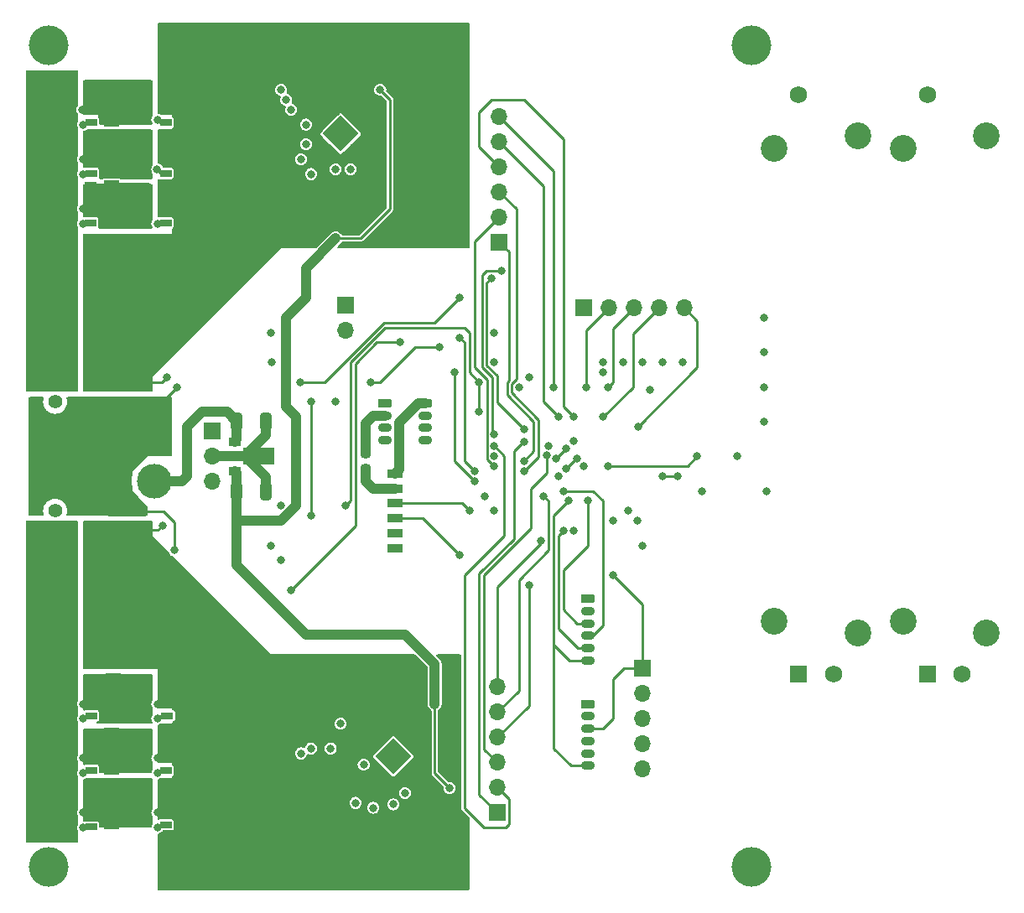
<source format=gbr>
%TF.GenerationSoftware,KiCad,Pcbnew,(6.0.5)*%
%TF.CreationDate,2022-08-05T23:54:08+09:00*%
%TF.ProjectId,ORION_VV_driver_v1,4f52494f-4e5f-4565-965f-647269766572,rev?*%
%TF.SameCoordinates,Original*%
%TF.FileFunction,Copper,L4,Bot*%
%TF.FilePolarity,Positive*%
%FSLAX46Y46*%
G04 Gerber Fmt 4.6, Leading zero omitted, Abs format (unit mm)*
G04 Created by KiCad (PCBNEW (6.0.5)) date 2022-08-05 23:54:08*
%MOMM*%
%LPD*%
G01*
G04 APERTURE LIST*
G04 Aperture macros list*
%AMRoundRect*
0 Rectangle with rounded corners*
0 $1 Rounding radius*
0 $2 $3 $4 $5 $6 $7 $8 $9 X,Y pos of 4 corners*
0 Add a 4 corners polygon primitive as box body*
4,1,4,$2,$3,$4,$5,$6,$7,$8,$9,$2,$3,0*
0 Add four circle primitives for the rounded corners*
1,1,$1+$1,$2,$3*
1,1,$1+$1,$4,$5*
1,1,$1+$1,$6,$7*
1,1,$1+$1,$8,$9*
0 Add four rect primitives between the rounded corners*
20,1,$1+$1,$2,$3,$4,$5,0*
20,1,$1+$1,$4,$5,$6,$7,0*
20,1,$1+$1,$6,$7,$8,$9,0*
20,1,$1+$1,$8,$9,$2,$3,0*%
%AMRotRect*
0 Rectangle, with rotation*
0 The origin of the aperture is its center*
0 $1 length*
0 $2 width*
0 $3 Rotation angle, in degrees counterclockwise*
0 Add horizontal line*
21,1,$1,$2,0,0,$3*%
%AMFreePoly0*
4,1,9,3.862500,-0.866500,0.737500,-0.866500,0.737500,-0.450000,-0.737500,-0.450000,-0.737500,0.450000,0.737500,0.450000,0.737500,0.866500,3.862500,0.866500,3.862500,-0.866500,3.862500,-0.866500,$1*%
%AMFreePoly1*
4,1,9,2.975000,-2.350000,1.425000,-2.350000,1.425000,-2.100000,-1.650000,-2.100000,-1.650000,2.100000,1.425000,2.100000,1.425000,2.350000,2.975000,2.350000,2.975000,-2.350000,2.975000,-2.350000,$1*%
G04 Aperture macros list end*
%TA.AperFunction,ComponentPad*%
%ADD10RoundRect,0.225000X-0.475000X0.225000X-0.475000X-0.225000X0.475000X-0.225000X0.475000X0.225000X0*%
%TD*%
%TA.AperFunction,ComponentPad*%
%ADD11O,1.400000X0.900000*%
%TD*%
%TA.AperFunction,ComponentPad*%
%ADD12R,1.750000X1.750000*%
%TD*%
%TA.AperFunction,ComponentPad*%
%ADD13C,1.750000*%
%TD*%
%TA.AperFunction,ComponentPad*%
%ADD14C,2.700000*%
%TD*%
%TA.AperFunction,ComponentPad*%
%ADD15R,1.700000X1.700000*%
%TD*%
%TA.AperFunction,ComponentPad*%
%ADD16O,1.700000X1.700000*%
%TD*%
%TA.AperFunction,SMDPad,CuDef*%
%ADD17RotRect,2.600000X2.600000X225.000000*%
%TD*%
%TA.AperFunction,ComponentPad*%
%ADD18C,0.500000*%
%TD*%
%TA.AperFunction,ComponentPad*%
%ADD19C,2.000000*%
%TD*%
%TA.AperFunction,ComponentPad*%
%ADD20C,1.400000*%
%TD*%
%TA.AperFunction,ComponentPad*%
%ADD21R,3.500000X3.500000*%
%TD*%
%TA.AperFunction,ComponentPad*%
%ADD22C,3.500000*%
%TD*%
%TA.AperFunction,ComponentPad*%
%ADD23RoundRect,0.225000X-0.575000X0.225000X-0.575000X-0.225000X0.575000X-0.225000X0.575000X0.225000X0*%
%TD*%
%TA.AperFunction,SMDPad,CuDef*%
%ADD24RoundRect,0.250000X-1.775000X0.262500X-1.775000X-0.262500X1.775000X-0.262500X1.775000X0.262500X0*%
%TD*%
%TA.AperFunction,SMDPad,CuDef*%
%ADD25R,1.300000X0.900000*%
%TD*%
%TA.AperFunction,SMDPad,CuDef*%
%ADD26FreePoly0,0.000000*%
%TD*%
%TA.AperFunction,SMDPad,CuDef*%
%ADD27R,1.150000X0.700000*%
%TD*%
%TA.AperFunction,SMDPad,CuDef*%
%ADD28FreePoly1,180.000000*%
%TD*%
%TA.AperFunction,SMDPad,CuDef*%
%ADD29RoundRect,0.218750X-0.256250X0.218750X-0.256250X-0.218750X0.256250X-0.218750X0.256250X0.218750X0*%
%TD*%
%TA.AperFunction,SMDPad,CuDef*%
%ADD30RoundRect,0.250000X0.325000X0.650000X-0.325000X0.650000X-0.325000X-0.650000X0.325000X-0.650000X0*%
%TD*%
%TA.AperFunction,SMDPad,CuDef*%
%ADD31RoundRect,0.250000X1.775000X-0.262500X1.775000X0.262500X-1.775000X0.262500X-1.775000X-0.262500X0*%
%TD*%
%TA.AperFunction,ViaPad*%
%ADD32C,4.000000*%
%TD*%
%TA.AperFunction,ViaPad*%
%ADD33C,0.800000*%
%TD*%
%TA.AperFunction,Conductor*%
%ADD34C,0.250000*%
%TD*%
%TA.AperFunction,Conductor*%
%ADD35C,1.000000*%
%TD*%
G04 APERTURE END LIST*
D10*
%TO.P,J2,1,Pin_1*%
%TO.N,GND*%
X51500000Y-59625000D03*
D11*
%TO.P,J2,2,Pin_2*%
%TO.N,+5V*%
X51500000Y-60875000D03*
%TO.P,J2,3,Pin_3*%
%TO.N,/CAN_L*%
X51500000Y-62125000D03*
%TO.P,J2,4,Pin_4*%
%TO.N,/CAN_H*%
X51500000Y-63375000D03*
%TD*%
D10*
%TO.P,J6,1,Pin_1*%
%TO.N,GND*%
X72000000Y-79375000D03*
D11*
%TO.P,J6,2,Pin_2*%
%TO.N,+3V3*%
X72000000Y-80625000D03*
%TO.P,J6,3,Pin_3*%
%TO.N,/NSS_ENC1*%
X72000000Y-81875000D03*
%TO.P,J6,4,Pin_4*%
%TO.N,/SPI_CLK*%
X72000000Y-83125000D03*
%TO.P,J6,5,Pin_5*%
%TO.N,/SPI_MISO*%
X72000000Y-84375000D03*
%TO.P,J6,6,Pin_6*%
%TO.N,/SPI_MOSI*%
X72000000Y-85625000D03*
%TD*%
D12*
%TO.P,RV1,1,1*%
%TO.N,+3V3*%
X106250000Y-87020000D03*
D13*
%TO.P,RV1,2,2*%
%TO.N,/POT_0*%
X109750000Y-87020000D03*
%TO.P,RV1,3,3*%
%TO.N,GND*%
X106250000Y-28520000D03*
D14*
%TO.P,RV1,MP*%
%TO.N,N/C*%
X103800000Y-81670000D03*
X112200000Y-32670000D03*
X112200000Y-82870000D03*
X103800000Y-33870000D03*
%TD*%
D15*
%TO.P,J10,1,Pin_1*%
%TO.N,/NSS_ENC0*%
X77500000Y-86425000D03*
D16*
%TO.P,J10,2,Pin_2*%
%TO.N,/NSS_ENC1*%
X77500000Y-88965000D03*
%TO.P,J10,3,Pin_3*%
%TO.N,/SPI_CLK*%
X77500000Y-91505000D03*
%TO.P,J10,4,Pin_4*%
%TO.N,/SPI_MISO*%
X77500000Y-94045000D03*
%TO.P,J10,5,Pin_5*%
%TO.N,/SPI_MOSI*%
X77500000Y-96585000D03*
%TD*%
D15*
%TO.P,J14,1,Pin_1*%
%TO.N,Net-(D12-Pad1)*%
X34000000Y-62475000D03*
D16*
%TO.P,J14,2,Pin_2*%
%TO.N,GND*%
X34000000Y-65015000D03*
%TO.P,J14,3,Pin_3*%
%TO.N,+3V3*%
X34000000Y-67555000D03*
%TD*%
D17*
%TO.P,GD2,25*%
%TO.N,N/C*%
X47000000Y-32419239D03*
D18*
X46257538Y-31676777D03*
X47000000Y-30934315D03*
X47000000Y-33904163D03*
D19*
X47000000Y-32419239D03*
D18*
X46257538Y-33161701D03*
X47742462Y-31676777D03*
X47742462Y-33161701D03*
X48484924Y-32419239D03*
X45515076Y-32419239D03*
%TD*%
D20*
%TO.P,J11,*%
%TO.N,*%
X18175000Y-70500000D03*
X18175000Y-59500000D03*
D21*
%TO.P,J11,1,Pin_1*%
%TO.N,GNDPWR*%
X28175000Y-62500000D03*
D22*
%TO.P,J11,2,Pin_2*%
%TO.N,+BATT*%
X28175000Y-67500000D03*
%TD*%
D10*
%TO.P,J5,1,Pin_1*%
%TO.N,GND*%
X72000000Y-90000000D03*
D11*
%TO.P,J5,2,Pin_2*%
%TO.N,+3V3*%
X72000000Y-91250000D03*
%TO.P,J5,3,Pin_3*%
%TO.N,/NSS_ENC0*%
X72000000Y-92500000D03*
%TO.P,J5,4,Pin_4*%
%TO.N,/SPI_CLK*%
X72000000Y-93750000D03*
%TO.P,J5,5,Pin_5*%
%TO.N,/SPI_MISO*%
X72000000Y-95000000D03*
%TO.P,J5,6,Pin_6*%
%TO.N,/SPI_MOSI*%
X72000000Y-96250000D03*
%TD*%
D12*
%TO.P,RV2,1,1*%
%TO.N,+3V3*%
X93250000Y-87020000D03*
D13*
%TO.P,RV2,2,2*%
%TO.N,/POT_1*%
X96750000Y-87020000D03*
%TO.P,RV2,3,3*%
%TO.N,GND*%
X93250000Y-28520000D03*
D14*
%TO.P,RV2,MP*%
%TO.N,N/C*%
X99200000Y-82870000D03*
X90800000Y-33870000D03*
X90800000Y-81670000D03*
X99200000Y-32670000D03*
%TD*%
D15*
%TO.P,J1,1,Pin_1*%
%TO.N,/CAN_L*%
X47500000Y-49725000D03*
D16*
%TO.P,J1,2,Pin_2*%
%TO.N,Net-(J1-Pad2)*%
X47500000Y-52265000D03*
%TD*%
D15*
%TO.P,J8,1,Pin_1*%
%TO.N,/M0_UH*%
X63000000Y-43350000D03*
D16*
%TO.P,J8,2,Pin_2*%
%TO.N,/M0_VH*%
X63000000Y-40810000D03*
%TO.P,J8,3,Pin_3*%
%TO.N,/M0_WH*%
X63000000Y-38270000D03*
%TO.P,J8,4,Pin_4*%
%TO.N,/M0_UL*%
X63000000Y-35730000D03*
%TO.P,J8,5,Pin_5*%
%TO.N,/M0_VL*%
X63000000Y-33190000D03*
%TO.P,J8,6,Pin_6*%
%TO.N,/M0_WL*%
X63000000Y-30650000D03*
%TD*%
D15*
%TO.P,J7,1,Pin_1*%
%TO.N,/BATT_V_SENS*%
X71500000Y-50000000D03*
D16*
%TO.P,J7,2,Pin_2*%
%TO.N,/M1_CS*%
X74040000Y-50000000D03*
%TO.P,J7,3,Pin_3*%
%TO.N,/TEMP_1*%
X76580000Y-50000000D03*
%TO.P,J7,4,Pin_4*%
%TO.N,/TEMP_0*%
X79120000Y-50000000D03*
%TO.P,J7,5,Pin_5*%
%TO.N,/M0_CS*%
X81660000Y-50000000D03*
%TD*%
D18*
%TO.P,GD1,25*%
%TO.N,N/C*%
X52325000Y-96784924D03*
X52325000Y-93815076D03*
X53067462Y-94557538D03*
X53067462Y-96042462D03*
D17*
X52325000Y-95300000D03*
D18*
X51582538Y-94557538D03*
X51582538Y-96042462D03*
D19*
X52325000Y-95300000D03*
D18*
X53809924Y-95300000D03*
X50840076Y-95300000D03*
%TD*%
D15*
%TO.P,J9,1,Pin_1*%
%TO.N,/M1_UH*%
X62825000Y-101000000D03*
D16*
%TO.P,J9,2,Pin_2*%
%TO.N,/M1_VH*%
X62825000Y-98460000D03*
%TO.P,J9,3,Pin_3*%
%TO.N,/M1_WH*%
X62825000Y-95920000D03*
%TO.P,J9,4,Pin_4*%
%TO.N,/M1_UL*%
X62825000Y-93380000D03*
%TO.P,J9,5,Pin_5*%
%TO.N,/M1_VL*%
X62825000Y-90840000D03*
%TO.P,J9,6,Pin_6*%
%TO.N,/M1_WL*%
X62825000Y-88300000D03*
%TD*%
D10*
%TO.P,J3,1,Pin_1*%
%TO.N,GND*%
X55500000Y-59625000D03*
D11*
%TO.P,J3,2,Pin_2*%
%TO.N,+5V*%
X55500000Y-60875000D03*
%TO.P,J3,3,Pin_3*%
%TO.N,/CAN_L*%
X55500000Y-62125000D03*
%TO.P,J3,4,Pin_4*%
%TO.N,/CAN_H*%
X55500000Y-63375000D03*
%TD*%
D23*
%TO.P,J4,1,Pin_1*%
%TO.N,GND*%
X52450000Y-66750000D03*
%TO.P,J4,2,Pin_2*%
%TO.N,Net-(D5-Pad2)*%
X52450000Y-68250000D03*
%TO.P,J4,3,Pin_3*%
%TO.N,/SWDIO*%
X52450000Y-69750000D03*
%TO.P,J4,4,Pin_4*%
%TO.N,/SWCLK*%
X52450000Y-71250000D03*
%TO.P,J4,5,Pin_5*%
%TO.N,/UART1_TX*%
X52450000Y-72750000D03*
%TO.P,J4,6,Pin_6*%
%TO.N,/UART1_RX*%
X52450000Y-74250000D03*
%TD*%
D24*
%TO.P,R27,1*%
%TO.N,Net-(C13-Pad1)*%
X25500000Y-57562500D03*
%TO.P,R27,2*%
%TO.N,GNDPWR*%
X25500000Y-59437500D03*
%TD*%
D25*
%TO.P,U2,1,OUT*%
%TO.N,+15V*%
X36350000Y-66500000D03*
D26*
%TO.P,U2,2,GND*%
%TO.N,GND*%
X36437500Y-65000000D03*
D25*
%TO.P,U2,3,IN*%
%TO.N,+BATT*%
X36350000Y-63500000D03*
%TD*%
D27*
%TO.P,Q10,1,S*%
%TO.N,Net-(C12-Pad1)*%
X29335000Y-98390000D03*
%TO.P,Q10,2,S*%
X29335000Y-99660000D03*
%TO.P,Q10,3,S*%
X29335000Y-100940000D03*
%TO.P,Q10,4,G*%
%TO.N,Net-(GD1-Pad11)*%
X29335000Y-102210000D03*
D28*
%TO.P,Q10,5,D*%
%TO.N,/M1_W*%
X26065000Y-100300000D03*
%TD*%
D27*
%TO.P,Q5,1,S*%
%TO.N,/M1_V*%
X21835000Y-92890000D03*
%TO.P,Q5,2,S*%
X21835000Y-94160000D03*
%TO.P,Q5,3,S*%
X21835000Y-95440000D03*
%TO.P,Q5,4,G*%
%TO.N,Net-(GD1-Pad16)*%
X21835000Y-96710000D03*
D28*
%TO.P,Q5,5,D*%
%TO.N,Net-(J13-Pad4)*%
X18565000Y-94800000D03*
%TD*%
D29*
%TO.P,D5,1,K*%
%TO.N,+5V*%
X49500000Y-64712500D03*
%TO.P,D5,2,A*%
%TO.N,Net-(D5-Pad2)*%
X49500000Y-66287500D03*
%TD*%
D27*
%TO.P,Q2,1,S*%
%TO.N,Net-(C12-Pad1)*%
X29500000Y-87390000D03*
%TO.P,Q2,2,S*%
X29500000Y-88660000D03*
%TO.P,Q2,3,S*%
X29500000Y-89940000D03*
%TO.P,Q2,4,G*%
%TO.N,Net-(GD1-Pad9)*%
X29500000Y-91210000D03*
D28*
%TO.P,Q2,5,D*%
%TO.N,/M1_U*%
X26230000Y-89300000D03*
%TD*%
D27*
%TO.P,Q4,1,S*%
%TO.N,Net-(C13-Pad1)*%
X29335000Y-27440000D03*
%TO.P,Q4,2,S*%
X29335000Y-28710000D03*
%TO.P,Q4,3,S*%
X29335000Y-29990000D03*
%TO.P,Q4,4,G*%
%TO.N,Net-(GD2-Pad9)*%
X29335000Y-31260000D03*
D28*
%TO.P,Q4,5,D*%
%TO.N,/M0_U*%
X26065000Y-29350000D03*
%TD*%
D30*
%TO.P,C4,1*%
%TO.N,GND*%
X39475000Y-68500000D03*
%TO.P,C4,2*%
%TO.N,+15V*%
X36525000Y-68500000D03*
%TD*%
D27*
%TO.P,Q9,1,S*%
%TO.N,/M1_W*%
X21835000Y-98590000D03*
%TO.P,Q9,2,S*%
X21835000Y-99860000D03*
%TO.P,Q9,3,S*%
X21835000Y-101140000D03*
%TO.P,Q9,4,G*%
%TO.N,Net-(GD1-Pad19)*%
X21835000Y-102410000D03*
D28*
%TO.P,Q9,5,D*%
%TO.N,Net-(J13-Pad4)*%
X18565000Y-100500000D03*
%TD*%
D27*
%TO.P,Q7,1,S*%
%TO.N,/M0_V*%
X21835000Y-32590000D03*
%TO.P,Q7,2,S*%
X21835000Y-33860000D03*
%TO.P,Q7,3,S*%
X21835000Y-35140000D03*
%TO.P,Q7,4,G*%
%TO.N,Net-(GD2-Pad16)*%
X21835000Y-36410000D03*
D28*
%TO.P,Q7,5,D*%
%TO.N,Net-(J12-Pad4)*%
X18565000Y-34500000D03*
%TD*%
D27*
%TO.P,Q8,1,S*%
%TO.N,Net-(C13-Pad1)*%
X29335000Y-32590000D03*
%TO.P,Q8,2,S*%
X29335000Y-33860000D03*
%TO.P,Q8,3,S*%
X29335000Y-35140000D03*
%TO.P,Q8,4,G*%
%TO.N,Net-(GD2-Pad10)*%
X29335000Y-36410000D03*
D28*
%TO.P,Q8,5,D*%
%TO.N,/M0_V*%
X26065000Y-34500000D03*
%TD*%
D27*
%TO.P,Q1,1,S*%
%TO.N,/M1_U*%
X21835000Y-87390000D03*
%TO.P,Q1,2,S*%
X21835000Y-88660000D03*
%TO.P,Q1,3,S*%
X21835000Y-89940000D03*
%TO.P,Q1,4,G*%
%TO.N,Net-(GD1-Pad13)*%
X21835000Y-91210000D03*
D28*
%TO.P,Q1,5,D*%
%TO.N,Net-(J13-Pad4)*%
X18565000Y-89300000D03*
%TD*%
D30*
%TO.P,C2,1*%
%TO.N,GND*%
X39475000Y-61500000D03*
%TO.P,C2,2*%
%TO.N,+BATT*%
X36525000Y-61500000D03*
%TD*%
D27*
%TO.P,Q3,1,S*%
%TO.N,/M0_U*%
X21835000Y-27440000D03*
%TO.P,Q3,2,S*%
X21835000Y-28710000D03*
%TO.P,Q3,3,S*%
X21835000Y-29990000D03*
%TO.P,Q3,4,G*%
%TO.N,Net-(GD2-Pad13)*%
X21835000Y-31260000D03*
D28*
%TO.P,Q3,5,D*%
%TO.N,Net-(J12-Pad4)*%
X18565000Y-29350000D03*
%TD*%
D27*
%TO.P,Q6,1,S*%
%TO.N,Net-(C12-Pad1)*%
X29335000Y-92890000D03*
%TO.P,Q6,2,S*%
X29335000Y-94160000D03*
%TO.P,Q6,3,S*%
X29335000Y-95440000D03*
%TO.P,Q6,4,G*%
%TO.N,Net-(GD1-Pad10)*%
X29335000Y-96710000D03*
D28*
%TO.P,Q6,5,D*%
%TO.N,/M1_V*%
X26065000Y-94800000D03*
%TD*%
D27*
%TO.P,Q12,1,S*%
%TO.N,Net-(C13-Pad1)*%
X29335000Y-37590000D03*
%TO.P,Q12,2,S*%
X29335000Y-38860000D03*
%TO.P,Q12,3,S*%
X29335000Y-40140000D03*
%TO.P,Q12,4,G*%
%TO.N,Net-(GD2-Pad11)*%
X29335000Y-41410000D03*
D28*
%TO.P,Q12,5,D*%
%TO.N,/M0_W*%
X26065000Y-39500000D03*
%TD*%
D27*
%TO.P,Q11,1,S*%
%TO.N,/M0_W*%
X21770000Y-37590000D03*
%TO.P,Q11,2,S*%
X21770000Y-38860000D03*
%TO.P,Q11,3,S*%
X21770000Y-40140000D03*
%TO.P,Q11,4,G*%
%TO.N,Net-(GD2-Pad19)*%
X21770000Y-41410000D03*
D28*
%TO.P,Q11,5,D*%
%TO.N,Net-(J12-Pad4)*%
X18500000Y-39500000D03*
%TD*%
D31*
%TO.P,R21,1*%
%TO.N,Net-(C12-Pad1)*%
X25500000Y-72437500D03*
%TO.P,R21,2*%
%TO.N,GNDPWR*%
X25500000Y-70562500D03*
%TD*%
D32*
%TO.N,*%
X88500000Y-106500000D03*
X17500000Y-23500000D03*
X88500000Y-23500000D03*
X17500000Y-106500000D03*
D33*
%TO.N,GNDPWR*%
X30500000Y-58000000D03*
X30224500Y-74500000D03*
%TO.N,+15V*%
X46500000Y-43000000D03*
X51000000Y-28000000D03*
X56500000Y-90000000D03*
X58000000Y-98500000D03*
%TO.N,/M1_W*%
X52325000Y-100150000D03*
X25500000Y-99500000D03*
X23500000Y-100500000D03*
X24500000Y-101500000D03*
X23500000Y-99500000D03*
X24500000Y-100500000D03*
X25500000Y-101500000D03*
X26500000Y-100500000D03*
X25500000Y-100500000D03*
X26500000Y-101500000D03*
X21000000Y-101000000D03*
X23500000Y-101500000D03*
X24500000Y-99500000D03*
X26500000Y-99500000D03*
%TO.N,Net-(C12-Pad1)*%
X32500000Y-88000000D03*
X30500000Y-88000000D03*
X31000000Y-85500000D03*
X30500000Y-89000000D03*
X30500000Y-93500000D03*
X30500000Y-99500000D03*
X31500000Y-95500000D03*
X33000000Y-85500000D03*
X32500000Y-94500000D03*
X29000000Y-82500000D03*
X29000000Y-83500000D03*
X33500000Y-100500000D03*
X33500000Y-88000000D03*
X34000000Y-85500000D03*
X32500000Y-90000000D03*
X29000000Y-81500000D03*
X32500000Y-93500000D03*
X28500000Y-101000000D03*
X30500000Y-90000000D03*
X31500000Y-94500000D03*
X31500000Y-100500000D03*
X29000000Y-80500000D03*
X32500000Y-95500000D03*
X33500000Y-89000000D03*
X33500000Y-90000000D03*
X33500000Y-95500000D03*
X30000000Y-85500000D03*
X31500000Y-93500000D03*
X33500000Y-94500000D03*
X29013342Y-71988744D03*
X30500000Y-94500000D03*
X28500000Y-90000000D03*
X32500000Y-99500000D03*
X32500000Y-89000000D03*
X31500000Y-99500000D03*
X31500000Y-90000000D03*
X29000000Y-85500000D03*
X33500000Y-93500000D03*
X31500000Y-88000000D03*
X32000000Y-85500000D03*
X29000000Y-84500000D03*
X28500000Y-95500000D03*
X31500000Y-89000000D03*
X30500000Y-95500000D03*
X33500000Y-99500000D03*
X30500000Y-100500000D03*
X32500000Y-100500000D03*
%TO.N,/M1_V*%
X26000000Y-94500000D03*
X24000000Y-95500000D03*
X27000000Y-93500000D03*
X25000000Y-95500000D03*
X23000000Y-94500000D03*
X22000000Y-94500000D03*
X26000000Y-93500000D03*
X48500000Y-100000000D03*
X26000000Y-95500000D03*
X26000000Y-96500000D03*
X25000000Y-94500000D03*
X24000000Y-94500000D03*
X27000000Y-94500000D03*
X21000000Y-95500000D03*
X27000000Y-95500000D03*
X25000000Y-93500000D03*
X27000000Y-96500000D03*
X25000000Y-96500000D03*
%TO.N,Net-(C13-Pad1)*%
X30500000Y-30000000D03*
X29000000Y-45500000D03*
X31500000Y-38000000D03*
X30000000Y-43500000D03*
X29000000Y-47500000D03*
X33500000Y-35000000D03*
X29000000Y-44500000D03*
X31500000Y-39000000D03*
X31500000Y-28000000D03*
X33500000Y-29000000D03*
X30500000Y-40000000D03*
X29500000Y-57000000D03*
X32500000Y-39000000D03*
X33000000Y-43500000D03*
X31000000Y-43500000D03*
X30500000Y-35000000D03*
X30500000Y-33000000D03*
X33500000Y-28000000D03*
X33500000Y-38000000D03*
X32500000Y-28000000D03*
X33500000Y-33000000D03*
X30500000Y-38000000D03*
X30500000Y-34000000D03*
X33500000Y-34000000D03*
X32500000Y-29000000D03*
X32500000Y-35000000D03*
X32500000Y-30000000D03*
X31500000Y-30000000D03*
X32500000Y-34000000D03*
X30500000Y-28000000D03*
X30500000Y-39000000D03*
X34000000Y-43500000D03*
X29000000Y-46500000D03*
X31500000Y-33000000D03*
X29000000Y-43500000D03*
X31500000Y-35000000D03*
X32500000Y-33000000D03*
X33500000Y-39000000D03*
X33500000Y-40000000D03*
X31500000Y-40000000D03*
X32000000Y-43500000D03*
X32500000Y-40000000D03*
X31500000Y-34000000D03*
X33500000Y-30000000D03*
X30500000Y-29000000D03*
X29000000Y-48500000D03*
X32500000Y-38000000D03*
X31500000Y-29000000D03*
%TO.N,/M1_U*%
X23500000Y-90500000D03*
X26500000Y-90500000D03*
X25500000Y-88500000D03*
X26500000Y-88500000D03*
X25500000Y-89500000D03*
X21000000Y-90000000D03*
X25500000Y-90500000D03*
X23500000Y-88500000D03*
X24500000Y-89500000D03*
X26500000Y-89500000D03*
X24500000Y-90500000D03*
X43000000Y-95000000D03*
X23500000Y-89500000D03*
X24500000Y-88500000D03*
%TO.N,/M0_W*%
X24500000Y-40500000D03*
X46500000Y-36000000D03*
X26500000Y-38500000D03*
X24500000Y-39500000D03*
X21000000Y-40000000D03*
X26500000Y-39500000D03*
X25500000Y-39500000D03*
X25500000Y-38500000D03*
X23500000Y-38500000D03*
X26500000Y-40500000D03*
X23500000Y-39500000D03*
X25500000Y-40500000D03*
X24500000Y-38500000D03*
X23500000Y-40500000D03*
%TO.N,/M0_V*%
X26500000Y-34500000D03*
X22500000Y-34500000D03*
X27500000Y-34500000D03*
X23500000Y-34500000D03*
X24500000Y-35500000D03*
X27500000Y-33500000D03*
X26500000Y-33500000D03*
X24500000Y-33500000D03*
X21000000Y-35000000D03*
X24500000Y-34500000D03*
X25500000Y-34500000D03*
X25500000Y-33500000D03*
X43000000Y-35000000D03*
X25500000Y-35500000D03*
X26500000Y-35500000D03*
X27500000Y-35500000D03*
%TO.N,/M1_UL*%
X66000000Y-78000000D03*
%TO.N,/M1_VL*%
X67500000Y-69000000D03*
%TO.N,/M1_WL*%
X67224500Y-73500000D03*
%TO.N,Net-(GD1-Pad9)*%
X47000000Y-92000000D03*
X28500000Y-91500000D03*
%TO.N,Net-(GD1-Pad10)*%
X28500000Y-97000000D03*
X44000000Y-94500000D03*
%TO.N,Net-(GD1-Pad11)*%
X46000000Y-94500000D03*
X28500000Y-102500000D03*
%TO.N,Net-(GD1-Pad13)*%
X21000000Y-91500000D03*
X49325000Y-96150000D03*
%TO.N,Net-(GD1-Pad16)*%
X50313000Y-100500000D03*
X21000000Y-97000000D03*
%TO.N,Net-(GD1-Pad19)*%
X53500000Y-99000000D03*
X21000000Y-102500000D03*
%TO.N,/M1_UH*%
X65500000Y-63500000D03*
%TO.N,/M1_VH*%
X62500000Y-64000000D03*
%TO.N,/M1_WH*%
X67815303Y-64932819D03*
%TO.N,/M0_UL*%
X70500000Y-61000000D03*
%TO.N,/M0_VL*%
X69000000Y-61000000D03*
%TO.N,/M0_WL*%
X68500000Y-58000000D03*
%TO.N,Net-(GD2-Pad9)*%
X41000000Y-28000000D03*
X28500000Y-31000000D03*
%TO.N,Net-(GD2-Pad10)*%
X28487714Y-36024100D03*
X41500000Y-29000000D03*
%TO.N,Net-(GD2-Pad11)*%
X28500000Y-41500000D03*
X42000000Y-30000000D03*
%TO.N,Net-(GD2-Pad13)*%
X43500000Y-33488000D03*
X21000000Y-31500000D03*
%TO.N,Net-(GD2-Pad16)*%
X44000000Y-36500000D03*
X21000000Y-36500000D03*
%TO.N,Net-(GD2-Pad19)*%
X48000000Y-36000000D03*
X21000000Y-41500000D03*
%TO.N,/M0_UH*%
X65500000Y-65500000D03*
%TO.N,/M0_VH*%
X62500000Y-66000000D03*
%TO.N,/M0_WH*%
X65500000Y-66500000D03*
%TO.N,/M0_U*%
X20938942Y-30000000D03*
X25500000Y-28000000D03*
X26500000Y-28000000D03*
X25500000Y-30000000D03*
X23500000Y-28000000D03*
X23500000Y-30000000D03*
X24500000Y-29000000D03*
X25500000Y-29000000D03*
X26500000Y-30000000D03*
X24500000Y-30000000D03*
X24500000Y-28000000D03*
X23500000Y-29000000D03*
X26500000Y-29000000D03*
X43500000Y-31500000D03*
%TO.N,/POT_0*%
X65500000Y-62250000D03*
X62250000Y-47000000D03*
%TO.N,/POT_1*%
X63250000Y-46250000D03*
X62500000Y-62750000D03*
%TO.N,/M1_CS*%
X52987701Y-53487701D03*
X42000000Y-78500000D03*
X71789684Y-58000000D03*
%TO.N,/M0_CS*%
X77012299Y-62012299D03*
X59000000Y-49000000D03*
X42950500Y-57500000D03*
%TO.N,unconnected-(U4-Pad40)*%
X62500000Y-65000000D03*
%TO.N,/CAN_H*%
X57000000Y-54000000D03*
X50000000Y-57500000D03*
%TO.N,/SWDIO*%
X60000000Y-70500000D03*
%TO.N,/SWCLK*%
X59000000Y-75000000D03*
%TO.N,/NSS_ENC0*%
X70500000Y-72500000D03*
X74500000Y-77000000D03*
%TO.N,/NRST*%
X83000000Y-65000000D03*
X74000000Y-66000000D03*
%TO.N,+3V3*%
X79500000Y-55500000D03*
X87000000Y-65000000D03*
X73500000Y-56500000D03*
X74500000Y-71500000D03*
X62500000Y-70500000D03*
X77500000Y-55500000D03*
X40000000Y-74000000D03*
X40000000Y-52500000D03*
X70514263Y-63486030D03*
X78250000Y-58250000D03*
X71500000Y-66000000D03*
X76000000Y-70500000D03*
X69000000Y-67000000D03*
X46500000Y-59500000D03*
X65000000Y-58000000D03*
X62500000Y-52500000D03*
X68009434Y-63952351D03*
%TO.N,GND*%
X62481551Y-55493850D03*
X70824799Y-65210000D03*
X89750000Y-51000000D03*
X83500000Y-68500000D03*
X69800201Y-66234598D03*
X69800201Y-64185402D03*
X89750000Y-54500000D03*
X73500000Y-55500000D03*
X66000000Y-57000000D03*
X81500000Y-55500000D03*
X89750000Y-58000000D03*
X40012299Y-55487701D03*
X77500000Y-74000000D03*
X75500000Y-55500000D03*
X81000000Y-67000000D03*
X89750000Y-61500000D03*
X61512299Y-69012299D03*
X77000000Y-71500000D03*
X68775603Y-65210000D03*
X79500000Y-67000000D03*
X40972536Y-69972536D03*
X41000000Y-75500000D03*
X90000000Y-68500000D03*
%TO.N,/TEMP_0*%
X73500000Y-61000000D03*
%TO.N,/BATT_V_SENS*%
X61000000Y-57500000D03*
X61000000Y-60500000D03*
X47500000Y-70000000D03*
%TO.N,/SPI_CLK*%
X69500000Y-68500000D03*
%TO.N,/SPI_MISO*%
X69500000Y-72500000D03*
%TO.N,/SPI_MOSI*%
X70000000Y-69500000D03*
%TO.N,/NSS_ENC1*%
X72000000Y-69500000D03*
%TO.N,/CAN_TX*%
X58500000Y-56500000D03*
X60500000Y-67500000D03*
%TO.N,/CAN_RX*%
X59000000Y-53000000D03*
X60512299Y-66487701D03*
%TO.N,/TEMP_1*%
X74000000Y-58000000D03*
%TO.N,Net-(J12-Pad4)*%
X16000000Y-52000000D03*
X19000000Y-26500000D03*
X18000000Y-42000000D03*
X16000000Y-57000000D03*
X19000000Y-32000000D03*
X18000000Y-26500000D03*
X16000000Y-32000000D03*
X20000000Y-26500000D03*
X16000000Y-47000000D03*
X16000000Y-43000000D03*
X16000000Y-48000000D03*
X17000000Y-42000000D03*
X16000000Y-50000000D03*
X20000000Y-42000000D03*
X16000000Y-54000000D03*
X20000000Y-37000000D03*
X18000000Y-32000000D03*
X20000000Y-32000000D03*
X17000000Y-32000000D03*
X16000000Y-55000000D03*
X18000000Y-37000000D03*
X17000000Y-37000000D03*
X17000000Y-26500000D03*
X19000000Y-42000000D03*
X16000000Y-58000000D03*
X16000000Y-42000000D03*
X16000000Y-51000000D03*
X16000000Y-53000000D03*
X16000000Y-46000000D03*
X16000000Y-45000000D03*
X16000000Y-26500000D03*
X16000000Y-49000000D03*
X19000000Y-37000000D03*
X16000000Y-56000000D03*
X16000000Y-44000000D03*
X16000000Y-37000000D03*
%TO.N,Net-(J13-Pad4)*%
X16000000Y-78500000D03*
X17000000Y-86500000D03*
X19000000Y-86500000D03*
X18000000Y-92000000D03*
X17000000Y-103500000D03*
X16000000Y-80500000D03*
X16000000Y-85500000D03*
X18000000Y-97500000D03*
X16000000Y-97500000D03*
X16000000Y-103500000D03*
X17000000Y-92000000D03*
X19000000Y-92000000D03*
X18000000Y-103500000D03*
X20000000Y-103500000D03*
X16000000Y-83500000D03*
X16000000Y-84500000D03*
X16000000Y-81500000D03*
X18000000Y-86500000D03*
X16000000Y-79500000D03*
X16000000Y-82500000D03*
X16000000Y-86500000D03*
X16000000Y-76500000D03*
X19000000Y-97500000D03*
X16000000Y-92000000D03*
X16000000Y-77500000D03*
X16000000Y-75500000D03*
X17000000Y-97500000D03*
X16000000Y-73500000D03*
X16000000Y-72500000D03*
X19000000Y-103500000D03*
X16000000Y-74500000D03*
%TO.N,/3V3_HARF_REF*%
X44000000Y-71000000D03*
X44000000Y-59500000D03*
%TD*%
D34*
%TO.N,GNDPWR*%
X30224500Y-71699894D02*
X29087106Y-70562500D01*
X29087106Y-70562500D02*
X25500000Y-70562500D01*
X30500000Y-58000000D02*
X29062500Y-59437500D01*
X30224500Y-74500000D02*
X30224500Y-71699894D01*
X29062500Y-59437500D02*
X25500000Y-59437500D01*
%TO.N,+15V*%
X52000000Y-29000000D02*
X51000000Y-28000000D01*
D35*
X43500000Y-83000000D02*
X36525000Y-76025000D01*
X43500000Y-46000000D02*
X43500000Y-49000000D01*
X56500000Y-90000000D02*
X56500000Y-86000000D01*
X56500000Y-86000000D02*
X53500000Y-83000000D01*
D34*
X49000000Y-43000000D02*
X52000000Y-40000000D01*
D35*
X36525000Y-76025000D02*
X36525000Y-71525000D01*
X42500000Y-61000000D02*
X42500000Y-70000000D01*
X36525000Y-66675000D02*
X36350000Y-66500000D01*
X36525000Y-68500000D02*
X36525000Y-66675000D01*
D34*
X46500000Y-43000000D02*
X49000000Y-43000000D01*
D35*
X40975000Y-71525000D02*
X36525000Y-71525000D01*
X41500000Y-60000000D02*
X42500000Y-61000000D01*
X53500000Y-83000000D02*
X43500000Y-83000000D01*
X42500000Y-70000000D02*
X40975000Y-71525000D01*
X41500000Y-51000000D02*
X41500000Y-60000000D01*
D34*
X56500000Y-97000000D02*
X56500000Y-90000000D01*
D35*
X36525000Y-68500000D02*
X36525000Y-71525000D01*
X43500000Y-49000000D02*
X41500000Y-51000000D01*
D34*
X58000000Y-98500000D02*
X56500000Y-97000000D01*
X52000000Y-40000000D02*
X52000000Y-29000000D01*
D35*
X46500000Y-43000000D02*
X43500000Y-46000000D01*
%TO.N,+5V*%
X49500000Y-64712500D02*
X49500000Y-61675000D01*
X49500000Y-61675000D02*
X50300000Y-60875000D01*
X50300000Y-60875000D02*
X51500000Y-60875000D01*
D34*
%TO.N,/M1_W*%
X21835000Y-100940000D02*
X21060000Y-100940000D01*
X21060000Y-100940000D02*
X21000000Y-101000000D01*
%TO.N,Net-(C12-Pad1)*%
X28560000Y-100940000D02*
X28500000Y-101000000D01*
X29335000Y-89940000D02*
X28560000Y-89940000D01*
X29013342Y-71988744D02*
X28564586Y-72437500D01*
X28564586Y-72437500D02*
X25500000Y-72437500D01*
X28560000Y-95440000D02*
X28500000Y-95500000D01*
X29335000Y-100940000D02*
X28560000Y-100940000D01*
X28560000Y-89940000D02*
X28500000Y-90000000D01*
X29335000Y-95440000D02*
X28560000Y-95440000D01*
%TO.N,/M1_V*%
X21835000Y-95440000D02*
X21060000Y-95440000D01*
X21060000Y-95440000D02*
X21000000Y-95500000D01*
%TO.N,Net-(C13-Pad1)*%
X28937500Y-57562500D02*
X25500000Y-57562500D01*
X29500000Y-57000000D02*
X28937500Y-57562500D01*
%TO.N,/M1_U*%
X21835000Y-89940000D02*
X21060000Y-89940000D01*
X21060000Y-89940000D02*
X21000000Y-90000000D01*
%TO.N,/M0_W*%
X21140000Y-40140000D02*
X21770000Y-40140000D01*
X21000000Y-40000000D02*
X21140000Y-40140000D01*
%TO.N,/M0_V*%
X21000000Y-35000000D02*
X21140000Y-35140000D01*
X21140000Y-35140000D02*
X21835000Y-35140000D01*
%TO.N,/M1_UL*%
X66000000Y-90205000D02*
X62825000Y-93380000D01*
X66000000Y-78000000D02*
X66000000Y-90205000D01*
%TO.N,/M1_VL*%
X65000000Y-88665000D02*
X62825000Y-90840000D01*
X65000000Y-77500000D02*
X65000000Y-88665000D01*
X68000000Y-74500000D02*
X65000000Y-77500000D01*
X68000000Y-69500000D02*
X68000000Y-74500000D01*
X67500000Y-69000000D02*
X68000000Y-69500000D01*
%TO.N,/M1_WL*%
X67224500Y-73500000D02*
X67224500Y-73775500D01*
X67224500Y-73775500D02*
X62825000Y-78175000D01*
X62825000Y-78175000D02*
X62825000Y-88300000D01*
%TO.N,Net-(GD1-Pad9)*%
X29335000Y-91210000D02*
X28790000Y-91210000D01*
X28790000Y-91210000D02*
X28500000Y-91500000D01*
%TO.N,Net-(GD1-Pad10)*%
X28790000Y-96710000D02*
X28500000Y-97000000D01*
X29335000Y-96710000D02*
X28790000Y-96710000D01*
%TO.N,Net-(GD1-Pad11)*%
X28790000Y-102210000D02*
X28500000Y-102500000D01*
X29335000Y-102210000D02*
X28790000Y-102210000D01*
%TO.N,Net-(GD1-Pad13)*%
X21290000Y-91210000D02*
X21000000Y-91500000D01*
X21835000Y-91210000D02*
X21290000Y-91210000D01*
%TO.N,Net-(GD1-Pad16)*%
X21835000Y-96710000D02*
X21290000Y-96710000D01*
X21290000Y-96710000D02*
X21000000Y-97000000D01*
%TO.N,Net-(GD1-Pad19)*%
X21835000Y-102210000D02*
X21290000Y-102210000D01*
X21290000Y-102210000D02*
X21000000Y-102500000D01*
%TO.N,/M1_UH*%
X61000000Y-76864282D02*
X61000000Y-99175000D01*
X64500000Y-64475386D02*
X64500000Y-73364282D01*
X61000000Y-99175000D02*
X62825000Y-101000000D01*
X65475386Y-63500000D02*
X64500000Y-64475386D01*
X64500000Y-73364282D02*
X61000000Y-76864282D01*
X65500000Y-63500000D02*
X65475386Y-63500000D01*
%TO.N,/M1_VH*%
X63999511Y-99634511D02*
X62825000Y-98460000D01*
X59500000Y-77000000D02*
X59500000Y-100500000D01*
X63500000Y-73000000D02*
X59500000Y-77000000D01*
X63500000Y-64975386D02*
X63500000Y-73000000D01*
X59500000Y-100500000D02*
X61500000Y-102500000D01*
X62500000Y-64000000D02*
X62524614Y-64000000D01*
X61500000Y-102500000D02*
X63674022Y-102500000D01*
X62524614Y-64000000D02*
X63500000Y-64975386D01*
X63999511Y-102174511D02*
X63999511Y-99634511D01*
X63674022Y-102500000D02*
X63999511Y-102174511D01*
%TO.N,/M1_WH*%
X67815303Y-64932819D02*
X67815303Y-66684697D01*
X66224511Y-72275489D02*
X61500000Y-77000000D01*
X67815303Y-66684697D02*
X66224511Y-68275489D01*
X61500000Y-77000000D02*
X61500000Y-94595000D01*
X61500000Y-94595000D02*
X62825000Y-95920000D01*
X66224511Y-68275489D02*
X66224511Y-72275489D01*
%TO.N,/M0_UL*%
X63000000Y-35730000D02*
X61000000Y-33730000D01*
X61000000Y-30244495D02*
X62244495Y-29000000D01*
X62244495Y-29000000D02*
X65500000Y-29000000D01*
X61000000Y-33730000D02*
X61000000Y-30244495D01*
X69500000Y-33000000D02*
X69500000Y-60000000D01*
X65500000Y-29000000D02*
X69500000Y-33000000D01*
X69500000Y-60000000D02*
X70500000Y-61000000D01*
%TO.N,/M0_VL*%
X67500000Y-59500000D02*
X67500000Y-37690000D01*
X67500000Y-37690000D02*
X63000000Y-33190000D01*
X69000000Y-61000000D02*
X67500000Y-59500000D01*
%TO.N,/M0_WL*%
X63000000Y-30650000D02*
X68500000Y-36150000D01*
X68500000Y-36150000D02*
X68500000Y-58000000D01*
%TO.N,Net-(GD2-Pad9)*%
X28760000Y-31260000D02*
X29335000Y-31260000D01*
X28500000Y-31000000D02*
X28760000Y-31260000D01*
%TO.N,Net-(GD2-Pad10)*%
X28487714Y-36024100D02*
X28873614Y-36410000D01*
X28873614Y-36410000D02*
X29335000Y-36410000D01*
%TO.N,Net-(GD2-Pad11)*%
X28590000Y-41410000D02*
X28500000Y-41500000D01*
X29335000Y-41410000D02*
X28590000Y-41410000D01*
%TO.N,Net-(GD2-Pad13)*%
X21240000Y-31260000D02*
X21000000Y-31500000D01*
X21835000Y-31260000D02*
X21240000Y-31260000D01*
%TO.N,Net-(GD2-Pad16)*%
X21835000Y-36410000D02*
X21090000Y-36410000D01*
X21090000Y-36410000D02*
X21000000Y-36500000D01*
%TO.N,Net-(GD2-Pad19)*%
X21770000Y-41410000D02*
X21090000Y-41410000D01*
X21090000Y-41410000D02*
X21000000Y-41500000D01*
%TO.N,/M0_UH*%
X64000000Y-44350000D02*
X63000000Y-43350000D01*
X63825969Y-57513700D02*
X64000000Y-57339669D01*
X66500000Y-64500000D02*
X66500000Y-61500000D01*
X63825969Y-58825969D02*
X63825969Y-57513700D01*
X64000000Y-57339669D02*
X64000000Y-44350000D01*
X65500000Y-65500000D02*
X66500000Y-64500000D01*
X66500000Y-61500000D02*
X63825969Y-58825969D01*
%TO.N,/M0_VH*%
X60500000Y-55975386D02*
X60500000Y-43310000D01*
X60500000Y-43310000D02*
X63000000Y-40810000D01*
X61775489Y-65300103D02*
X61775489Y-57250875D01*
X62475386Y-66000000D02*
X61775489Y-65300103D01*
X61775489Y-57250875D02*
X60500000Y-55975386D01*
X62500000Y-66000000D02*
X62475386Y-66000000D01*
%TO.N,/M0_WH*%
X64275489Y-57699897D02*
X64750000Y-57225386D01*
X64750000Y-40020000D02*
X63000000Y-38270000D01*
X65524614Y-66500000D02*
X67000000Y-65024614D01*
X67000000Y-65024614D02*
X67000000Y-61307141D01*
X64275489Y-58582630D02*
X64275489Y-57699897D01*
X67000000Y-61307141D02*
X64275489Y-58582630D01*
X65500000Y-66500000D02*
X65524614Y-66500000D01*
X64750000Y-57225386D02*
X64750000Y-40020000D01*
D35*
%TO.N,+BATT*%
X33000000Y-60500000D02*
X35525000Y-60500000D01*
X31500000Y-67000000D02*
X31500000Y-62000000D01*
X31500000Y-62000000D02*
X33000000Y-60500000D01*
X36525000Y-63325000D02*
X36350000Y-63500000D01*
X35525000Y-60500000D02*
X36525000Y-61500000D01*
X36525000Y-61500000D02*
X36525000Y-63325000D01*
X28175000Y-67500000D02*
X31000000Y-67500000D01*
X31000000Y-67500000D02*
X31500000Y-67000000D01*
D34*
%TO.N,/M0_U*%
X20948942Y-29990000D02*
X21835000Y-29990000D01*
X20938942Y-30000000D02*
X20948942Y-29990000D01*
%TO.N,/POT_0*%
X62250000Y-47000000D02*
X61757040Y-47492960D01*
X62781654Y-56818567D02*
X62781654Y-59531654D01*
X61757040Y-47492960D02*
X61757040Y-55793953D01*
X61757040Y-55793953D02*
X62781654Y-56818567D01*
X62781654Y-59531654D02*
X65500000Y-62250000D01*
%TO.N,/POT_1*%
X62332134Y-57004765D02*
X62332134Y-62582134D01*
X61750000Y-46250000D02*
X61307520Y-46692480D01*
X61307520Y-55980150D02*
X62332134Y-57004765D01*
X61307520Y-46692480D02*
X61307520Y-55980150D01*
X62332134Y-62582134D02*
X62500000Y-62750000D01*
X63250000Y-46250000D02*
X61750000Y-46250000D01*
%TO.N,/M1_CS*%
X50648017Y-53487701D02*
X52987701Y-53487701D01*
X48500000Y-55635718D02*
X50648017Y-53487701D01*
X71789684Y-52250316D02*
X74040000Y-50000000D01*
X71789684Y-58000000D02*
X71789684Y-52250316D01*
X48500000Y-72000000D02*
X48500000Y-55635718D01*
X42000000Y-78500000D02*
X48500000Y-72000000D01*
%TO.N,/M0_CS*%
X83000000Y-51340000D02*
X81660000Y-50000000D01*
X56500000Y-51500000D02*
X51364282Y-51500000D01*
X83000000Y-56024598D02*
X83000000Y-51340000D01*
X77012299Y-62012299D02*
X83000000Y-56024598D01*
X59000000Y-49000000D02*
X56500000Y-51500000D01*
X51364282Y-51500000D02*
X45364282Y-57500000D01*
X45364282Y-57500000D02*
X42950500Y-57500000D01*
D35*
%TO.N,Net-(D5-Pad2)*%
X50250000Y-68250000D02*
X52450000Y-68250000D01*
X49500000Y-67500000D02*
X50250000Y-68250000D01*
X49500000Y-66287500D02*
X49500000Y-67500000D01*
D34*
%TO.N,/CAN_H*%
X54500000Y-54000000D02*
X57000000Y-54000000D01*
X51000000Y-57500000D02*
X54500000Y-54000000D01*
X50000000Y-57500000D02*
X51000000Y-57500000D01*
%TO.N,/SWDIO*%
X59250000Y-69750000D02*
X52450000Y-69750000D01*
X60000000Y-70500000D02*
X59250000Y-69750000D01*
%TO.N,/SWCLK*%
X55250000Y-71250000D02*
X59000000Y-75000000D01*
X52450000Y-71250000D02*
X55250000Y-71250000D01*
%TO.N,/NSS_ENC0*%
X75575000Y-86425000D02*
X77500000Y-86425000D01*
X74500000Y-91500000D02*
X74500000Y-87500000D01*
X74500000Y-77000000D02*
X77500000Y-80000000D01*
X72000000Y-92500000D02*
X73500000Y-92500000D01*
X77500000Y-80000000D02*
X77500000Y-86425000D01*
X73500000Y-92500000D02*
X74500000Y-91500000D01*
X74500000Y-87500000D02*
X75575000Y-86425000D01*
%TO.N,/NRST*%
X83000000Y-65000000D02*
X82000000Y-66000000D01*
X82000000Y-66000000D02*
X74000000Y-66000000D01*
D35*
%TO.N,GND*%
X39475000Y-61500000D02*
X39475000Y-62874022D01*
X39475000Y-67125978D02*
X37349022Y-65000000D01*
D34*
X79500000Y-67000000D02*
X81000000Y-67000000D01*
D35*
X39475000Y-68500000D02*
X39475000Y-67125978D01*
X52450000Y-66750000D02*
X52899520Y-66300480D01*
D34*
X70800201Y-65234598D02*
X70800201Y-65210000D01*
D35*
X52899520Y-66300480D02*
X52899520Y-61599814D01*
X54874334Y-59625000D02*
X55500000Y-59625000D01*
X39475000Y-62874022D02*
X37349022Y-65000000D01*
D34*
X70800201Y-65210000D02*
X70824799Y-65210000D01*
X69800201Y-66234598D02*
X70800201Y-65234598D01*
D35*
X37349022Y-65000000D02*
X36437500Y-65000000D01*
X34015000Y-65000000D02*
X34000000Y-65015000D01*
D34*
X69800201Y-64185402D02*
X68775603Y-65210000D01*
D35*
X36437500Y-65000000D02*
X34015000Y-65000000D01*
X52899520Y-61599814D02*
X54874334Y-59625000D01*
D34*
%TO.N,/TEMP_0*%
X76500000Y-58000000D02*
X76500000Y-52620000D01*
X73500000Y-61000000D02*
X76500000Y-58000000D01*
X76500000Y-52620000D02*
X79120000Y-50000000D01*
%TO.N,/BATT_V_SENS*%
X48000000Y-69500000D02*
X48000000Y-55500000D01*
X59500000Y-52000000D02*
X60000000Y-52500000D01*
X60000000Y-56500000D02*
X61000000Y-57500000D01*
X61000000Y-57500000D02*
X61000000Y-60500000D01*
X48000000Y-55500000D02*
X51500000Y-52000000D01*
X47500000Y-70000000D02*
X48000000Y-69500000D01*
X51500000Y-52000000D02*
X59500000Y-52000000D01*
X60000000Y-52500000D02*
X60000000Y-56500000D01*
%TO.N,/SPI_CLK*%
X72500000Y-68500000D02*
X69500000Y-68500000D01*
X72000000Y-83125000D02*
X72450000Y-83125000D01*
X73500000Y-82075000D02*
X73500000Y-69500000D01*
X72450000Y-83125000D02*
X73500000Y-82075000D01*
X73500000Y-69500000D02*
X72500000Y-68500000D01*
%TO.N,/SPI_MISO*%
X70953704Y-84375000D02*
X72000000Y-84375000D01*
X69500000Y-72500000D02*
X69000000Y-73000000D01*
X69000000Y-82421296D02*
X70953704Y-84375000D01*
X69000000Y-73000000D02*
X69000000Y-82421296D01*
%TO.N,/SPI_MOSI*%
X68500000Y-71000000D02*
X70000000Y-69500000D01*
X70250000Y-96250000D02*
X72000000Y-96250000D01*
X70125000Y-85625000D02*
X68500000Y-84000000D01*
X68500000Y-94500000D02*
X70250000Y-96250000D01*
X72000000Y-85625000D02*
X70125000Y-85625000D01*
X68500000Y-84000000D02*
X68500000Y-71000000D01*
X68500000Y-84000000D02*
X68500000Y-94500000D01*
%TO.N,/NSS_ENC1*%
X69500000Y-80500000D02*
X70875000Y-81875000D01*
X72000000Y-69500000D02*
X72000000Y-74000000D01*
X72000000Y-74000000D02*
X69500000Y-76500000D01*
X70875000Y-81875000D02*
X72000000Y-81875000D01*
X69500000Y-76500000D02*
X69500000Y-80500000D01*
%TO.N,/CAN_TX*%
X58500000Y-65500000D02*
X60500000Y-67500000D01*
X58500000Y-56500000D02*
X58500000Y-65500000D01*
%TO.N,/CAN_RX*%
X59000000Y-53000000D02*
X59500000Y-53500000D01*
X59500000Y-53500000D02*
X59500000Y-65475402D01*
X59500000Y-65475402D02*
X60512299Y-66487701D01*
%TO.N,/TEMP_1*%
X74500000Y-57500000D02*
X74500000Y-52080000D01*
X74500000Y-52080000D02*
X76580000Y-50000000D01*
X74000000Y-58000000D02*
X74500000Y-57500000D01*
%TO.N,/3V3_HARF_REF*%
X44000000Y-71000000D02*
X44000000Y-59500000D01*
%TD*%
%TA.AperFunction,Conductor*%
%TO.N,Net-(J12-Pad4)*%
G36*
X20442121Y-26020002D02*
G01*
X20488614Y-26073658D01*
X20500000Y-26126000D01*
X20500000Y-29542838D01*
X20479998Y-29610959D01*
X20473963Y-29619541D01*
X20419435Y-29690604D01*
X20419433Y-29690608D01*
X20414406Y-29697159D01*
X20353898Y-29843238D01*
X20333260Y-30000000D01*
X20353898Y-30156762D01*
X20414406Y-30302841D01*
X20419433Y-30309392D01*
X20419435Y-30309396D01*
X20473963Y-30380459D01*
X20499563Y-30446679D01*
X20500000Y-30457162D01*
X20500000Y-31123055D01*
X20483120Y-31186054D01*
X20480491Y-31190607D01*
X20475464Y-31197159D01*
X20414956Y-31343238D01*
X20394318Y-31500000D01*
X20414956Y-31656762D01*
X20475464Y-31802841D01*
X20480491Y-31809393D01*
X20483120Y-31813946D01*
X20500000Y-31876945D01*
X20500000Y-34623055D01*
X20483120Y-34686054D01*
X20480491Y-34690607D01*
X20475464Y-34697159D01*
X20414956Y-34843238D01*
X20394318Y-35000000D01*
X20414956Y-35156762D01*
X20475464Y-35302841D01*
X20480491Y-35309393D01*
X20483120Y-35313946D01*
X20500000Y-35376945D01*
X20500000Y-36123055D01*
X20483120Y-36186054D01*
X20480491Y-36190607D01*
X20475464Y-36197159D01*
X20414956Y-36343238D01*
X20394318Y-36500000D01*
X20414956Y-36656762D01*
X20475464Y-36802841D01*
X20480491Y-36809393D01*
X20483120Y-36813946D01*
X20500000Y-36876945D01*
X20500000Y-39623055D01*
X20483120Y-39686054D01*
X20480491Y-39690607D01*
X20475464Y-39697159D01*
X20414956Y-39843238D01*
X20394318Y-40000000D01*
X20414956Y-40156762D01*
X20475464Y-40302841D01*
X20480491Y-40309393D01*
X20483120Y-40313946D01*
X20500000Y-40376945D01*
X20500000Y-41123055D01*
X20483120Y-41186054D01*
X20480491Y-41190607D01*
X20475464Y-41197159D01*
X20414956Y-41343238D01*
X20394318Y-41500000D01*
X20414956Y-41656762D01*
X20475464Y-41802841D01*
X20480491Y-41809393D01*
X20483120Y-41813946D01*
X20500000Y-41876945D01*
X20500000Y-58374000D01*
X20479998Y-58442121D01*
X20426342Y-58488614D01*
X20374000Y-58500000D01*
X15326500Y-58500000D01*
X15258379Y-58479998D01*
X15211886Y-58426342D01*
X15200500Y-58374000D01*
X15200500Y-26126000D01*
X15220502Y-26057879D01*
X15274158Y-26011386D01*
X15326500Y-26000000D01*
X20374000Y-26000000D01*
X20442121Y-26020002D01*
G37*
%TD.AperFunction*%
%TD*%
%TA.AperFunction,Conductor*%
%TO.N,GNDPWR*%
G36*
X16961758Y-59020002D02*
G01*
X17008251Y-59073658D01*
X17018355Y-59143932D01*
X17015344Y-59158611D01*
X16980314Y-59289345D01*
X16961884Y-59500000D01*
X16980314Y-59710655D01*
X17035044Y-59914910D01*
X17124411Y-60106558D01*
X17245699Y-60279776D01*
X17395224Y-60429301D01*
X17568442Y-60550589D01*
X17573420Y-60552910D01*
X17573423Y-60552912D01*
X17755108Y-60637633D01*
X17760090Y-60639956D01*
X17765398Y-60641378D01*
X17765400Y-60641379D01*
X17959030Y-60693262D01*
X17959032Y-60693262D01*
X17964345Y-60694686D01*
X18175000Y-60713116D01*
X18385655Y-60694686D01*
X18390968Y-60693262D01*
X18390970Y-60693262D01*
X18584600Y-60641379D01*
X18584602Y-60641378D01*
X18589910Y-60639956D01*
X18594892Y-60637633D01*
X18776577Y-60552912D01*
X18776580Y-60552910D01*
X18781558Y-60550589D01*
X18954776Y-60429301D01*
X19104301Y-60279776D01*
X19225589Y-60106558D01*
X19314956Y-59914910D01*
X19369686Y-59710655D01*
X19388116Y-59500000D01*
X19369686Y-59289345D01*
X19334656Y-59158611D01*
X19336346Y-59087635D01*
X19376140Y-59028839D01*
X19441404Y-59000891D01*
X19456363Y-59000000D01*
X29874000Y-59000000D01*
X29942121Y-59020002D01*
X29988614Y-59073658D01*
X30000000Y-59126000D01*
X30000000Y-64874000D01*
X29979998Y-64942121D01*
X29926342Y-64988614D01*
X29874000Y-65000000D01*
X27500000Y-65000000D01*
X26787661Y-65712339D01*
X26781645Y-65717976D01*
X26574573Y-65899573D01*
X26571864Y-65902662D01*
X26392976Y-66106644D01*
X26387339Y-66112661D01*
X26000000Y-66500000D01*
X26000000Y-66860336D01*
X25993315Y-66900833D01*
X25988776Y-66914203D01*
X25987972Y-66918247D01*
X25987970Y-66918253D01*
X25931867Y-67200302D01*
X25931017Y-67204574D01*
X25930748Y-67208679D01*
X25930747Y-67208686D01*
X25913008Y-67479340D01*
X25911654Y-67500000D01*
X25911924Y-67504119D01*
X25923316Y-67677925D01*
X25931017Y-67795426D01*
X25988776Y-68085797D01*
X25993315Y-68099167D01*
X26000000Y-68139664D01*
X26000000Y-68500000D01*
X26387339Y-68887339D01*
X26392976Y-68893355D01*
X26574573Y-69100427D01*
X26577662Y-69103136D01*
X26781644Y-69282024D01*
X26787661Y-69287661D01*
X27463095Y-69963095D01*
X27497121Y-70025407D01*
X27500000Y-70052190D01*
X27500000Y-70874000D01*
X27479998Y-70942121D01*
X27426342Y-70988614D01*
X27374000Y-71000000D01*
X19456363Y-71000000D01*
X19388242Y-70979998D01*
X19341749Y-70926342D01*
X19331645Y-70856068D01*
X19334656Y-70841389D01*
X19368262Y-70715970D01*
X19368262Y-70715968D01*
X19369686Y-70710655D01*
X19388116Y-70500000D01*
X19369686Y-70289345D01*
X19314956Y-70085090D01*
X19312633Y-70080108D01*
X19227912Y-69898423D01*
X19227910Y-69898420D01*
X19225589Y-69893442D01*
X19104301Y-69720224D01*
X18954776Y-69570699D01*
X18781558Y-69449411D01*
X18776580Y-69447090D01*
X18776577Y-69447088D01*
X18594892Y-69362367D01*
X18594891Y-69362366D01*
X18589910Y-69360044D01*
X18584602Y-69358622D01*
X18584600Y-69358621D01*
X18390970Y-69306738D01*
X18390968Y-69306738D01*
X18385655Y-69305314D01*
X18175000Y-69286884D01*
X17964345Y-69305314D01*
X17959032Y-69306738D01*
X17959030Y-69306738D01*
X17765400Y-69358621D01*
X17765398Y-69358622D01*
X17760090Y-69360044D01*
X17755109Y-69362366D01*
X17755108Y-69362367D01*
X17573423Y-69447088D01*
X17573420Y-69447090D01*
X17568442Y-69449411D01*
X17395224Y-69570699D01*
X17245699Y-69720224D01*
X17124411Y-69893442D01*
X17122090Y-69898420D01*
X17122088Y-69898423D01*
X17037367Y-70080108D01*
X17035044Y-70085090D01*
X16980314Y-70289345D01*
X16961884Y-70500000D01*
X16980314Y-70710655D01*
X16981738Y-70715968D01*
X16981738Y-70715970D01*
X17015344Y-70841389D01*
X17013654Y-70912365D01*
X16973860Y-70971161D01*
X16908596Y-70999109D01*
X16893637Y-71000000D01*
X15634500Y-71000000D01*
X15566379Y-70979998D01*
X15519886Y-70926342D01*
X15508500Y-70874000D01*
X15508500Y-59126000D01*
X15528502Y-59057879D01*
X15582158Y-59011386D01*
X15634500Y-59000000D01*
X16893637Y-59000000D01*
X16961758Y-59020002D01*
G37*
%TD.AperFunction*%
%TD*%
%TA.AperFunction,Conductor*%
%TO.N,/M1_V*%
G36*
X27942121Y-92520002D02*
G01*
X27988614Y-92573658D01*
X28000000Y-92626000D01*
X28000000Y-95123055D01*
X27983120Y-95186054D01*
X27980491Y-95190607D01*
X27975464Y-95197159D01*
X27914956Y-95343238D01*
X27894318Y-95500000D01*
X27914956Y-95656762D01*
X27975464Y-95802841D01*
X27980491Y-95809393D01*
X27983120Y-95813946D01*
X28000000Y-95876945D01*
X28000000Y-96623055D01*
X27983120Y-96686054D01*
X27980491Y-96690607D01*
X27975464Y-96697159D01*
X27914956Y-96843238D01*
X27913878Y-96851426D01*
X27908741Y-96890446D01*
X27880019Y-96955373D01*
X27820754Y-96994465D01*
X27783819Y-97000000D01*
X22736500Y-97000000D01*
X22668379Y-96979998D01*
X22621886Y-96926342D01*
X22610500Y-96874000D01*
X22610500Y-96340252D01*
X22598867Y-96281769D01*
X22554552Y-96215448D01*
X22488231Y-96171133D01*
X22476062Y-96168712D01*
X22476061Y-96168712D01*
X22435816Y-96160707D01*
X22429748Y-96159500D01*
X21240252Y-96159500D01*
X21234184Y-96160707D01*
X21193939Y-96168712D01*
X21193938Y-96168712D01*
X21181769Y-96171133D01*
X21172965Y-96177016D01*
X21103627Y-96184470D01*
X21040140Y-96152690D01*
X21003913Y-96091631D01*
X21000000Y-96060472D01*
X21000000Y-92626000D01*
X21020002Y-92557879D01*
X21073658Y-92511386D01*
X21126000Y-92500000D01*
X27874000Y-92500000D01*
X27942121Y-92520002D01*
G37*
%TD.AperFunction*%
%TD*%
%TA.AperFunction,Conductor*%
%TO.N,/M0_W*%
G36*
X27942121Y-37520002D02*
G01*
X27988614Y-37573658D01*
X28000000Y-37626000D01*
X28000000Y-41123055D01*
X27983120Y-41186054D01*
X27980491Y-41190607D01*
X27975464Y-41197159D01*
X27914956Y-41343238D01*
X27894318Y-41500000D01*
X27914956Y-41656762D01*
X27918116Y-41664391D01*
X27965899Y-41779748D01*
X27975464Y-41802841D01*
X27980490Y-41809391D01*
X27981419Y-41811000D01*
X27998157Y-41879995D01*
X27974937Y-41947087D01*
X27919129Y-41990974D01*
X27872300Y-42000000D01*
X22652812Y-42000000D01*
X22584691Y-41979998D01*
X22538198Y-41926342D01*
X22528094Y-41856068D01*
X22532375Y-41840464D01*
X22533867Y-41838231D01*
X22545500Y-41779748D01*
X22545500Y-41040252D01*
X22533867Y-40981769D01*
X22489552Y-40915448D01*
X22423231Y-40871133D01*
X22411062Y-40868712D01*
X22411061Y-40868712D01*
X22370816Y-40860707D01*
X22364748Y-40859500D01*
X21175252Y-40859500D01*
X21169187Y-40860706D01*
X21169181Y-40860707D01*
X21150580Y-40864407D01*
X21079866Y-40858078D01*
X21023799Y-40814523D01*
X21000000Y-40740828D01*
X21000000Y-37626000D01*
X21020002Y-37557879D01*
X21073658Y-37511386D01*
X21126000Y-37500000D01*
X27874000Y-37500000D01*
X27942121Y-37520002D01*
G37*
%TD.AperFunction*%
%TD*%
%TA.AperFunction,Conductor*%
%TO.N,/M0_V*%
G36*
X27942121Y-32020002D02*
G01*
X27988614Y-32073658D01*
X28000000Y-32126000D01*
X28000000Y-35630501D01*
X27979998Y-35698622D01*
X27973974Y-35707189D01*
X27963178Y-35721259D01*
X27902670Y-35867338D01*
X27901592Y-35875526D01*
X27892351Y-35945719D01*
X27882032Y-36024100D01*
X27902670Y-36180862D01*
X27963178Y-36326941D01*
X27973964Y-36340998D01*
X27999563Y-36407215D01*
X28000000Y-36417699D01*
X28000000Y-36874000D01*
X27979998Y-36942121D01*
X27926342Y-36988614D01*
X27874000Y-37000000D01*
X24814621Y-37000000D01*
X24744619Y-36978765D01*
X24728550Y-36968028D01*
X24718231Y-36961133D01*
X24640000Y-36945572D01*
X23090000Y-36945572D01*
X23011769Y-36961133D01*
X23001450Y-36968028D01*
X22985381Y-36978765D01*
X22915379Y-37000000D01*
X22717812Y-37000000D01*
X22649691Y-36979998D01*
X22603198Y-36926342D01*
X22593094Y-36856068D01*
X22597375Y-36840464D01*
X22598867Y-36838231D01*
X22610500Y-36779748D01*
X22610500Y-36040252D01*
X22607287Y-36024100D01*
X22601288Y-35993939D01*
X22601288Y-35993938D01*
X22598867Y-35981769D01*
X22554552Y-35915448D01*
X22488231Y-35871133D01*
X22476062Y-35868712D01*
X22476061Y-35868712D01*
X22435816Y-35860707D01*
X22429748Y-35859500D01*
X21240252Y-35859500D01*
X21234184Y-35860707D01*
X21193939Y-35868712D01*
X21193938Y-35868712D01*
X21181769Y-35871133D01*
X21172965Y-35877016D01*
X21103627Y-35884470D01*
X21040140Y-35852690D01*
X21003913Y-35791631D01*
X21000000Y-35760472D01*
X21000000Y-32216181D01*
X21020002Y-32148060D01*
X21073658Y-32101567D01*
X21109554Y-32091259D01*
X21148574Y-32086122D01*
X21156762Y-32085044D01*
X21302841Y-32024536D01*
X21309393Y-32019509D01*
X21313946Y-32016880D01*
X21376945Y-32000000D01*
X27874000Y-32000000D01*
X27942121Y-32020002D01*
G37*
%TD.AperFunction*%
%TD*%
%TA.AperFunction,Conductor*%
%TO.N,Net-(C13-Pad1)*%
G36*
X59942121Y-21220502D02*
G01*
X59988614Y-21274158D01*
X60000000Y-21326500D01*
X60000000Y-43874000D01*
X59979998Y-43942121D01*
X59926342Y-43988614D01*
X59874000Y-44000000D01*
X46794847Y-44000000D01*
X46726726Y-43979998D01*
X46680233Y-43926342D01*
X46670129Y-43856068D01*
X46699623Y-43791488D01*
X46705752Y-43784905D01*
X47025392Y-43465265D01*
X47097147Y-43373752D01*
X47154920Y-43332489D01*
X47196300Y-43325500D01*
X48980290Y-43325500D01*
X48991272Y-43325980D01*
X49017820Y-43328303D01*
X49017822Y-43328303D01*
X49028807Y-43329264D01*
X49065215Y-43319508D01*
X49075942Y-43317130D01*
X49079301Y-43316538D01*
X49113045Y-43310588D01*
X49122590Y-43305077D01*
X49125866Y-43303885D01*
X49129034Y-43302408D01*
X49139684Y-43299554D01*
X49170544Y-43277945D01*
X49179815Y-43272039D01*
X49202906Y-43258707D01*
X49212455Y-43253194D01*
X49236685Y-43224317D01*
X49244111Y-43216215D01*
X52216215Y-40244111D01*
X52224319Y-40236684D01*
X52244749Y-40219541D01*
X52253194Y-40212455D01*
X52258707Y-40202906D01*
X52272039Y-40179815D01*
X52277945Y-40170544D01*
X52299554Y-40139684D01*
X52302408Y-40129034D01*
X52303885Y-40125866D01*
X52305077Y-40122590D01*
X52310588Y-40113045D01*
X52317130Y-40075942D01*
X52319509Y-40065210D01*
X52329264Y-40028807D01*
X52325979Y-39991257D01*
X52325500Y-39980276D01*
X52325500Y-29019710D01*
X52325980Y-29008728D01*
X52328303Y-28982180D01*
X52328303Y-28982178D01*
X52329264Y-28971193D01*
X52319508Y-28934785D01*
X52317130Y-28924058D01*
X52316538Y-28920699D01*
X52310588Y-28886955D01*
X52305077Y-28877410D01*
X52303885Y-28874134D01*
X52302408Y-28870966D01*
X52299554Y-28860316D01*
X52277945Y-28829456D01*
X52272039Y-28820185D01*
X52258707Y-28797094D01*
X52253194Y-28787545D01*
X52224317Y-28763315D01*
X52216215Y-28755889D01*
X51632709Y-28172383D01*
X51598683Y-28110071D01*
X51596882Y-28066842D01*
X51604604Y-28008188D01*
X51605682Y-28000000D01*
X51585044Y-27843238D01*
X51524536Y-27697159D01*
X51428282Y-27571718D01*
X51302841Y-27475464D01*
X51156762Y-27414956D01*
X51000000Y-27394318D01*
X50843238Y-27414956D01*
X50697159Y-27475464D01*
X50571718Y-27571718D01*
X50475464Y-27697159D01*
X50414956Y-27843238D01*
X50394318Y-28000000D01*
X50414956Y-28156762D01*
X50475464Y-28302841D01*
X50571718Y-28428282D01*
X50697159Y-28524536D01*
X50843238Y-28585044D01*
X51000000Y-28605682D01*
X51066843Y-28596882D01*
X51136990Y-28607821D01*
X51172383Y-28632709D01*
X51637595Y-29097921D01*
X51671621Y-29160233D01*
X51674500Y-29187016D01*
X51674500Y-39812984D01*
X51654498Y-39881105D01*
X51637595Y-39902079D01*
X48902079Y-42637595D01*
X48839767Y-42671621D01*
X48812984Y-42674500D01*
X47193036Y-42674500D01*
X47124915Y-42654498D01*
X47084921Y-42613207D01*
X47057569Y-42567505D01*
X47052232Y-42562112D01*
X47052229Y-42562108D01*
X46997940Y-42507248D01*
X46938310Y-42446990D01*
X46793747Y-42358402D01*
X46683341Y-42323167D01*
X46639464Y-42309164D01*
X46639462Y-42309164D01*
X46632225Y-42306854D01*
X46624645Y-42306337D01*
X46624644Y-42306337D01*
X46470646Y-42295838D01*
X46470642Y-42295838D01*
X46463070Y-42295322D01*
X46455593Y-42296627D01*
X46455591Y-42296627D01*
X46303524Y-42323167D01*
X46296047Y-42324472D01*
X46289101Y-42327521D01*
X46289098Y-42327522D01*
X46233051Y-42352125D01*
X46140798Y-42392621D01*
X46037322Y-42472022D01*
X46034401Y-42474943D01*
X44546248Y-43963095D01*
X44483936Y-43997121D01*
X44457153Y-44000000D01*
X41000000Y-44000000D01*
X28000000Y-57000000D01*
X28000000Y-58374000D01*
X27979998Y-58442121D01*
X27926342Y-58488614D01*
X27874000Y-58500000D01*
X21126000Y-58500000D01*
X21057879Y-58479998D01*
X21011386Y-58426342D01*
X21000000Y-58374000D01*
X21000000Y-42626000D01*
X21020002Y-42557879D01*
X21073658Y-42511386D01*
X21126000Y-42500000D01*
X30000000Y-42500000D01*
X30000000Y-42007872D01*
X30020002Y-41939751D01*
X30036905Y-41918777D01*
X30044239Y-41911443D01*
X30054552Y-41904552D01*
X30098867Y-41838231D01*
X30110500Y-41779748D01*
X30110500Y-41040252D01*
X30098867Y-40981769D01*
X30054552Y-40915448D01*
X29988231Y-40871133D01*
X29976062Y-40868712D01*
X29976061Y-40868712D01*
X29935816Y-40860707D01*
X29929748Y-40859500D01*
X28740252Y-40859500D01*
X28734184Y-40860707D01*
X28693939Y-40868712D01*
X28693938Y-40868712D01*
X28681769Y-40871133D01*
X28672965Y-40877016D01*
X28603627Y-40884470D01*
X28540140Y-40852690D01*
X28503913Y-40791631D01*
X28500000Y-40760472D01*
X28500000Y-37126000D01*
X28520002Y-37057879D01*
X28573658Y-37011386D01*
X28626000Y-37000000D01*
X30000000Y-37000000D01*
X30000000Y-36986452D01*
X30000753Y-36982990D01*
X30034777Y-36920678D01*
X30036043Y-36919639D01*
X30044239Y-36911443D01*
X30054552Y-36904552D01*
X30098867Y-36838231D01*
X30104604Y-36809392D01*
X30109293Y-36785816D01*
X30110500Y-36779748D01*
X30110500Y-36500000D01*
X43394318Y-36500000D01*
X43414956Y-36656762D01*
X43475464Y-36802841D01*
X43571718Y-36928282D01*
X43697159Y-37024536D01*
X43843238Y-37085044D01*
X44000000Y-37105682D01*
X44008188Y-37104604D01*
X44047816Y-37099387D01*
X44156762Y-37085044D01*
X44302841Y-37024536D01*
X44428282Y-36928282D01*
X44524536Y-36802841D01*
X44585044Y-36656762D01*
X44605682Y-36500000D01*
X44585044Y-36343238D01*
X44524536Y-36197159D01*
X44428282Y-36071718D01*
X44334817Y-36000000D01*
X45894318Y-36000000D01*
X45914956Y-36156762D01*
X45975464Y-36302841D01*
X46071718Y-36428282D01*
X46197159Y-36524536D01*
X46343238Y-36585044D01*
X46500000Y-36605682D01*
X46508188Y-36604604D01*
X46648574Y-36586122D01*
X46656762Y-36585044D01*
X46802841Y-36524536D01*
X46928282Y-36428282D01*
X47024536Y-36302841D01*
X47085044Y-36156762D01*
X47105682Y-36000000D01*
X47394318Y-36000000D01*
X47414956Y-36156762D01*
X47475464Y-36302841D01*
X47571718Y-36428282D01*
X47697159Y-36524536D01*
X47843238Y-36585044D01*
X48000000Y-36605682D01*
X48008188Y-36604604D01*
X48148574Y-36586122D01*
X48156762Y-36585044D01*
X48302841Y-36524536D01*
X48428282Y-36428282D01*
X48524536Y-36302841D01*
X48585044Y-36156762D01*
X48605682Y-36000000D01*
X48585044Y-35843238D01*
X48524536Y-35697159D01*
X48428282Y-35571718D01*
X48302841Y-35475464D01*
X48156762Y-35414956D01*
X48000000Y-35394318D01*
X47843238Y-35414956D01*
X47697159Y-35475464D01*
X47571718Y-35571718D01*
X47475464Y-35697159D01*
X47414956Y-35843238D01*
X47394318Y-36000000D01*
X47105682Y-36000000D01*
X47085044Y-35843238D01*
X47024536Y-35697159D01*
X46928282Y-35571718D01*
X46802841Y-35475464D01*
X46656762Y-35414956D01*
X46500000Y-35394318D01*
X46343238Y-35414956D01*
X46197159Y-35475464D01*
X46071718Y-35571718D01*
X45975464Y-35697159D01*
X45914956Y-35843238D01*
X45894318Y-36000000D01*
X44334817Y-36000000D01*
X44302841Y-35975464D01*
X44156762Y-35914956D01*
X44000000Y-35894318D01*
X43843238Y-35914956D01*
X43697159Y-35975464D01*
X43571718Y-36071718D01*
X43475464Y-36197159D01*
X43414956Y-36343238D01*
X43394318Y-36500000D01*
X30110500Y-36500000D01*
X30110500Y-36040252D01*
X30104122Y-36008188D01*
X30101288Y-35993939D01*
X30101288Y-35993938D01*
X30098867Y-35981769D01*
X30054552Y-35915448D01*
X29988231Y-35871133D01*
X29976062Y-35868712D01*
X29976061Y-35868712D01*
X29935816Y-35860707D01*
X29929748Y-35859500D01*
X29153702Y-35859500D01*
X29085581Y-35839498D01*
X29037293Y-35781718D01*
X29015410Y-35728889D01*
X29012250Y-35721259D01*
X28915996Y-35595818D01*
X28790555Y-35499564D01*
X28644476Y-35439056D01*
X28630147Y-35437170D01*
X28609553Y-35434458D01*
X28544626Y-35405735D01*
X28505535Y-35346469D01*
X28500000Y-35309536D01*
X28500000Y-35000000D01*
X42394318Y-35000000D01*
X42414956Y-35156762D01*
X42475464Y-35302841D01*
X42571718Y-35428282D01*
X42697159Y-35524536D01*
X42843238Y-35585044D01*
X43000000Y-35605682D01*
X43008188Y-35604604D01*
X43148574Y-35586122D01*
X43156762Y-35585044D01*
X43302841Y-35524536D01*
X43428282Y-35428282D01*
X43524536Y-35302841D01*
X43585044Y-35156762D01*
X43605682Y-35000000D01*
X43585044Y-34843238D01*
X43524536Y-34697159D01*
X43428282Y-34571718D01*
X43302841Y-34475464D01*
X43156762Y-34414956D01*
X43000000Y-34394318D01*
X42843238Y-34414956D01*
X42697159Y-34475464D01*
X42571718Y-34571718D01*
X42475464Y-34697159D01*
X42414956Y-34843238D01*
X42394318Y-35000000D01*
X28500000Y-35000000D01*
X28500000Y-33488000D01*
X42894318Y-33488000D01*
X42914956Y-33644762D01*
X42975464Y-33790841D01*
X42980491Y-33797392D01*
X43066028Y-33908866D01*
X43071718Y-33916282D01*
X43197159Y-34012536D01*
X43343238Y-34073044D01*
X43500000Y-34093682D01*
X43508188Y-34092604D01*
X43648574Y-34074122D01*
X43656762Y-34073044D01*
X43802841Y-34012536D01*
X43928282Y-33916282D01*
X43933973Y-33908866D01*
X44019509Y-33797392D01*
X44024536Y-33790841D01*
X44085044Y-33644762D01*
X44105682Y-33488000D01*
X44085044Y-33331238D01*
X44024536Y-33185159D01*
X43928282Y-33059718D01*
X43802841Y-32963464D01*
X43656762Y-32902956D01*
X43500000Y-32882318D01*
X43343238Y-32902956D01*
X43197159Y-32963464D01*
X43071718Y-33059718D01*
X42975464Y-33185159D01*
X42914956Y-33331238D01*
X42894318Y-33488000D01*
X28500000Y-33488000D01*
X28500000Y-32419239D01*
X44957095Y-32419239D01*
X44972656Y-32497470D01*
X45005784Y-32547050D01*
X45178600Y-32719866D01*
X45185956Y-32727886D01*
X45211715Y-32758530D01*
X45219185Y-32763502D01*
X45221845Y-32765881D01*
X45237168Y-32778434D01*
X45921062Y-33462328D01*
X45928418Y-33470348D01*
X45954177Y-33500992D01*
X45961647Y-33505964D01*
X45964307Y-33508343D01*
X45979630Y-33520896D01*
X46663524Y-34204790D01*
X46670880Y-34212810D01*
X46696639Y-34243454D01*
X46704109Y-34248426D01*
X46706769Y-34250805D01*
X46722092Y-34263358D01*
X46872189Y-34413455D01*
X46921769Y-34446583D01*
X46933938Y-34449004D01*
X46933939Y-34449004D01*
X46987829Y-34459723D01*
X47000000Y-34462144D01*
X47012171Y-34459723D01*
X47066061Y-34449004D01*
X47066062Y-34449004D01*
X47078231Y-34446583D01*
X47127811Y-34413455D01*
X47273956Y-34267310D01*
X47282565Y-34259462D01*
X47283075Y-34259039D01*
X47290724Y-34254342D01*
X47324890Y-34216596D01*
X47329209Y-34212057D01*
X48016418Y-33524848D01*
X48025027Y-33517000D01*
X48025537Y-33516577D01*
X48033186Y-33511880D01*
X48067352Y-33474134D01*
X48071671Y-33469595D01*
X48758880Y-32782386D01*
X48767489Y-32774538D01*
X48767999Y-32774115D01*
X48775648Y-32769418D01*
X48809814Y-32731672D01*
X48814133Y-32727133D01*
X48994216Y-32547050D01*
X49027344Y-32497470D01*
X49042905Y-32419239D01*
X49027344Y-32341008D01*
X48994216Y-32291428D01*
X48818956Y-32116168D01*
X48812598Y-32109320D01*
X48789980Y-32083070D01*
X48789975Y-32083066D01*
X48784117Y-32076267D01*
X48776584Y-32071385D01*
X48769820Y-32065484D01*
X48769955Y-32065329D01*
X48760324Y-32057536D01*
X48076494Y-31373706D01*
X48070136Y-31366858D01*
X48047518Y-31340608D01*
X48047513Y-31340604D01*
X48041655Y-31333805D01*
X48034122Y-31328923D01*
X48027358Y-31323022D01*
X48027493Y-31322867D01*
X48017862Y-31315074D01*
X47334032Y-30631244D01*
X47327674Y-30624396D01*
X47305056Y-30598146D01*
X47305051Y-30598142D01*
X47299193Y-30591343D01*
X47291660Y-30586461D01*
X47284896Y-30580560D01*
X47285031Y-30580405D01*
X47275400Y-30572612D01*
X47127811Y-30425023D01*
X47078231Y-30391895D01*
X47066062Y-30389474D01*
X47066061Y-30389474D01*
X47012171Y-30378755D01*
X47000000Y-30376334D01*
X46987829Y-30378755D01*
X46933939Y-30389474D01*
X46933938Y-30389474D01*
X46921769Y-30391895D01*
X46872189Y-30425023D01*
X46727111Y-30570101D01*
X46718999Y-30576582D01*
X46719446Y-30577107D01*
X46712613Y-30582922D01*
X46705019Y-30587714D01*
X46673738Y-30623133D01*
X46668392Y-30628820D01*
X45984649Y-31312563D01*
X45976537Y-31319044D01*
X45976984Y-31319569D01*
X45970151Y-31325384D01*
X45962557Y-31330176D01*
X45943790Y-31351426D01*
X45931276Y-31365595D01*
X45925930Y-31371282D01*
X45242187Y-32055025D01*
X45234075Y-32061506D01*
X45234522Y-32062031D01*
X45227689Y-32067846D01*
X45220095Y-32072638D01*
X45205411Y-32089265D01*
X45188814Y-32108057D01*
X45183468Y-32113744D01*
X45005784Y-32291428D01*
X44972656Y-32341008D01*
X44957095Y-32419239D01*
X28500000Y-32419239D01*
X28500000Y-32126000D01*
X28520002Y-32057879D01*
X28573658Y-32011386D01*
X28626000Y-32000000D01*
X30000000Y-32000000D01*
X30000000Y-31857872D01*
X30020002Y-31789751D01*
X30036905Y-31768777D01*
X30044239Y-31761443D01*
X30054552Y-31754552D01*
X30098867Y-31688231D01*
X30110500Y-31629748D01*
X30110500Y-31500000D01*
X42894318Y-31500000D01*
X42914956Y-31656762D01*
X42975464Y-31802841D01*
X43071718Y-31928282D01*
X43197159Y-32024536D01*
X43324947Y-32077468D01*
X43329533Y-32079367D01*
X43343238Y-32085044D01*
X43500000Y-32105682D01*
X43508188Y-32104604D01*
X43648574Y-32086122D01*
X43656762Y-32085044D01*
X43670468Y-32079367D01*
X43675053Y-32077468D01*
X43802841Y-32024536D01*
X43928282Y-31928282D01*
X44024536Y-31802841D01*
X44085044Y-31656762D01*
X44105682Y-31500000D01*
X44085044Y-31343238D01*
X44024536Y-31197159D01*
X43928282Y-31071718D01*
X43802841Y-30975464D01*
X43656762Y-30914956D01*
X43500000Y-30894318D01*
X43343238Y-30914956D01*
X43197159Y-30975464D01*
X43071718Y-31071718D01*
X42975464Y-31197159D01*
X42914956Y-31343238D01*
X42894318Y-31500000D01*
X30110500Y-31500000D01*
X30110500Y-30890252D01*
X30098867Y-30831769D01*
X30054552Y-30765448D01*
X30044239Y-30758557D01*
X30036905Y-30751223D01*
X30002879Y-30688911D01*
X30000000Y-30662128D01*
X30000000Y-30500000D01*
X28876945Y-30500000D01*
X28813946Y-30483120D01*
X28809393Y-30480491D01*
X28802841Y-30475464D01*
X28656762Y-30414956D01*
X28609554Y-30408741D01*
X28544627Y-30380019D01*
X28505535Y-30320754D01*
X28500000Y-30283819D01*
X28500000Y-28000000D01*
X40394318Y-28000000D01*
X40414956Y-28156762D01*
X40475464Y-28302841D01*
X40571718Y-28428282D01*
X40697159Y-28524536D01*
X40843238Y-28585044D01*
X40851426Y-28586122D01*
X40859402Y-28588259D01*
X40858952Y-28589938D01*
X40914789Y-28614638D01*
X40953881Y-28673902D01*
X40954726Y-28744894D01*
X40949825Y-28759056D01*
X40920665Y-28829456D01*
X40914956Y-28843238D01*
X40894318Y-29000000D01*
X40914956Y-29156762D01*
X40975464Y-29302841D01*
X41071718Y-29428282D01*
X41197159Y-29524536D01*
X41343238Y-29585044D01*
X41351426Y-29586122D01*
X41359402Y-29588259D01*
X41358952Y-29589938D01*
X41414789Y-29614638D01*
X41453881Y-29673902D01*
X41454726Y-29744894D01*
X41449825Y-29759056D01*
X41414956Y-29843238D01*
X41394318Y-30000000D01*
X41414956Y-30156762D01*
X41475464Y-30302841D01*
X41571718Y-30428282D01*
X41697159Y-30524536D01*
X41843238Y-30585044D01*
X42000000Y-30605682D01*
X42008188Y-30604604D01*
X42148574Y-30586122D01*
X42156762Y-30585044D01*
X42302841Y-30524536D01*
X42428282Y-30428282D01*
X42524536Y-30302841D01*
X42585044Y-30156762D01*
X42605682Y-30000000D01*
X42585044Y-29843238D01*
X42524536Y-29697159D01*
X42428282Y-29571718D01*
X42302841Y-29475464D01*
X42156762Y-29414956D01*
X42148574Y-29413878D01*
X42140598Y-29411741D01*
X42141048Y-29410062D01*
X42085211Y-29385362D01*
X42046119Y-29326098D01*
X42045274Y-29255106D01*
X42050175Y-29240944D01*
X42081884Y-29164392D01*
X42081885Y-29164389D01*
X42085044Y-29156762D01*
X42105682Y-29000000D01*
X42085044Y-28843238D01*
X42024536Y-28697159D01*
X41928282Y-28571718D01*
X41802841Y-28475464D01*
X41656762Y-28414956D01*
X41648574Y-28413878D01*
X41640598Y-28411741D01*
X41641048Y-28410062D01*
X41585211Y-28385362D01*
X41546119Y-28326098D01*
X41545274Y-28255106D01*
X41550175Y-28240944D01*
X41581884Y-28164392D01*
X41581885Y-28164389D01*
X41585044Y-28156762D01*
X41605682Y-28000000D01*
X41585044Y-27843238D01*
X41524536Y-27697159D01*
X41428282Y-27571718D01*
X41302841Y-27475464D01*
X41156762Y-27414956D01*
X41000000Y-27394318D01*
X40843238Y-27414956D01*
X40697159Y-27475464D01*
X40571718Y-27571718D01*
X40475464Y-27697159D01*
X40414956Y-27843238D01*
X40394318Y-28000000D01*
X28500000Y-28000000D01*
X28500000Y-21326500D01*
X28520002Y-21258379D01*
X28573658Y-21211886D01*
X28626000Y-21200500D01*
X59874000Y-21200500D01*
X59942121Y-21220502D01*
G37*
%TD.AperFunction*%
%TD*%
%TA.AperFunction,Conductor*%
%TO.N,/M0_U*%
G36*
X27942121Y-27020002D02*
G01*
X27988614Y-27073658D01*
X28000000Y-27126000D01*
X28000000Y-30623055D01*
X27983120Y-30686054D01*
X27980491Y-30690607D01*
X27975464Y-30697159D01*
X27914956Y-30843238D01*
X27894318Y-31000000D01*
X27914956Y-31156762D01*
X27975464Y-31302841D01*
X27980490Y-31309391D01*
X27981419Y-31311000D01*
X27998157Y-31379995D01*
X27974937Y-31447087D01*
X27919129Y-31490974D01*
X27872300Y-31500000D01*
X22736500Y-31500000D01*
X22668379Y-31479998D01*
X22621886Y-31426342D01*
X22610500Y-31374000D01*
X22610500Y-30890252D01*
X22598867Y-30831769D01*
X22554552Y-30765448D01*
X22544239Y-30758557D01*
X22536905Y-30751223D01*
X22502879Y-30688911D01*
X22500000Y-30662128D01*
X22500000Y-30500000D01*
X21126000Y-30500000D01*
X21057879Y-30479998D01*
X21011386Y-30426342D01*
X21000000Y-30374000D01*
X21000000Y-27126000D01*
X21020002Y-27057879D01*
X21073658Y-27011386D01*
X21126000Y-27000000D01*
X27874000Y-27000000D01*
X27942121Y-27020002D01*
G37*
%TD.AperFunction*%
%TD*%
%TA.AperFunction,Conductor*%
%TO.N,/M1_U*%
G36*
X27942121Y-87020002D02*
G01*
X27988614Y-87073658D01*
X28000000Y-87126000D01*
X28000000Y-89623055D01*
X27983120Y-89686054D01*
X27980491Y-89690607D01*
X27975464Y-89697159D01*
X27914956Y-89843238D01*
X27894318Y-90000000D01*
X27914956Y-90156762D01*
X27975464Y-90302841D01*
X27980491Y-90309393D01*
X27983120Y-90313946D01*
X28000000Y-90376945D01*
X28000000Y-91123055D01*
X27983120Y-91186054D01*
X27980491Y-91190607D01*
X27975464Y-91197159D01*
X27914956Y-91343238D01*
X27894318Y-91500000D01*
X27914956Y-91656762D01*
X27918116Y-91664391D01*
X27957926Y-91760500D01*
X27975464Y-91802841D01*
X27980490Y-91809391D01*
X27981419Y-91811000D01*
X27998157Y-91879995D01*
X27974937Y-91947087D01*
X27919129Y-91990974D01*
X27872300Y-92000000D01*
X22505000Y-92000000D01*
X22436879Y-91979998D01*
X22390386Y-91926342D01*
X22380282Y-91856068D01*
X22409776Y-91791488D01*
X22464667Y-91756211D01*
X22464595Y-91756037D01*
X22465560Y-91755637D01*
X22469502Y-91753104D01*
X22474850Y-91751790D01*
X22476064Y-91751287D01*
X22488231Y-91748867D01*
X22554552Y-91704552D01*
X22598867Y-91638231D01*
X22610500Y-91579748D01*
X22610500Y-90840252D01*
X22598867Y-90781769D01*
X22554552Y-90715448D01*
X22488231Y-90671133D01*
X22476062Y-90668712D01*
X22476061Y-90668712D01*
X22435816Y-90660707D01*
X22429748Y-90659500D01*
X21240252Y-90659500D01*
X21234184Y-90660707D01*
X21193939Y-90668712D01*
X21193938Y-90668712D01*
X21181769Y-90671133D01*
X21172965Y-90677016D01*
X21103627Y-90684470D01*
X21040140Y-90652690D01*
X21003913Y-90591631D01*
X21000000Y-90560472D01*
X21000000Y-87126000D01*
X21020002Y-87057879D01*
X21073658Y-87011386D01*
X21126000Y-87000000D01*
X27874000Y-87000000D01*
X27942121Y-87020002D01*
G37*
%TD.AperFunction*%
%TD*%
%TA.AperFunction,Conductor*%
%TO.N,/M1_W*%
G36*
X27942121Y-97520002D02*
G01*
X27988614Y-97573658D01*
X28000000Y-97626000D01*
X28000000Y-100623055D01*
X27983120Y-100686054D01*
X27980491Y-100690607D01*
X27975464Y-100697159D01*
X27914956Y-100843238D01*
X27894318Y-101000000D01*
X27914956Y-101156762D01*
X27975464Y-101302841D01*
X27980491Y-101309393D01*
X27983120Y-101313946D01*
X28000000Y-101376945D01*
X28000000Y-102123055D01*
X27983120Y-102186054D01*
X27980491Y-102190607D01*
X27975464Y-102197159D01*
X27914956Y-102343238D01*
X27913878Y-102351426D01*
X27908741Y-102390446D01*
X27880019Y-102455373D01*
X27820754Y-102494465D01*
X27783819Y-102500000D01*
X22736500Y-102500000D01*
X22668379Y-102479998D01*
X22621886Y-102426342D01*
X22610500Y-102374000D01*
X22610500Y-102040252D01*
X22598867Y-101981769D01*
X22554552Y-101915448D01*
X22488231Y-101871133D01*
X22476062Y-101868712D01*
X22476061Y-101868712D01*
X22435816Y-101860707D01*
X22429748Y-101859500D01*
X21240252Y-101859500D01*
X21234184Y-101860707D01*
X21193939Y-101868712D01*
X21193938Y-101868712D01*
X21181769Y-101871133D01*
X21172965Y-101877016D01*
X21103627Y-101884470D01*
X21040140Y-101852690D01*
X21003913Y-101791631D01*
X21000000Y-101760472D01*
X21000000Y-97716181D01*
X21020002Y-97648060D01*
X21073658Y-97601567D01*
X21109554Y-97591259D01*
X21148574Y-97586122D01*
X21156762Y-97585044D01*
X21302841Y-97524536D01*
X21309393Y-97519509D01*
X21313946Y-97516880D01*
X21376945Y-97500000D01*
X27874000Y-97500000D01*
X27942121Y-97520002D01*
G37*
%TD.AperFunction*%
%TD*%
%TA.AperFunction,Conductor*%
%TO.N,Net-(J13-Pad4)*%
G36*
X20442121Y-71520002D02*
G01*
X20488614Y-71573658D01*
X20500000Y-71626000D01*
X20500000Y-89623055D01*
X20483120Y-89686054D01*
X20480491Y-89690607D01*
X20475464Y-89697159D01*
X20414956Y-89843238D01*
X20394318Y-90000000D01*
X20414956Y-90156762D01*
X20475464Y-90302841D01*
X20480491Y-90309393D01*
X20483120Y-90313946D01*
X20500000Y-90376945D01*
X20500000Y-91123055D01*
X20483120Y-91186054D01*
X20480491Y-91190607D01*
X20475464Y-91197159D01*
X20414956Y-91343238D01*
X20394318Y-91500000D01*
X20414956Y-91656762D01*
X20475464Y-91802841D01*
X20480491Y-91809393D01*
X20483120Y-91813946D01*
X20500000Y-91876945D01*
X20500000Y-95123055D01*
X20483120Y-95186054D01*
X20480491Y-95190607D01*
X20475464Y-95197159D01*
X20414956Y-95343238D01*
X20394318Y-95500000D01*
X20414956Y-95656762D01*
X20475464Y-95802841D01*
X20480491Y-95809393D01*
X20483120Y-95813946D01*
X20500000Y-95876945D01*
X20500000Y-96623055D01*
X20483120Y-96686054D01*
X20480491Y-96690607D01*
X20475464Y-96697159D01*
X20414956Y-96843238D01*
X20394318Y-97000000D01*
X20414956Y-97156762D01*
X20475464Y-97302841D01*
X20480491Y-97309393D01*
X20483120Y-97313946D01*
X20500000Y-97376945D01*
X20500000Y-100623055D01*
X20483120Y-100686054D01*
X20480491Y-100690607D01*
X20475464Y-100697159D01*
X20414956Y-100843238D01*
X20394318Y-101000000D01*
X20414956Y-101156762D01*
X20475464Y-101302841D01*
X20480491Y-101309393D01*
X20483120Y-101313946D01*
X20500000Y-101376945D01*
X20500000Y-102123055D01*
X20483120Y-102186054D01*
X20480491Y-102190607D01*
X20475464Y-102197159D01*
X20414956Y-102343238D01*
X20394318Y-102500000D01*
X20414956Y-102656762D01*
X20475464Y-102802841D01*
X20480491Y-102809393D01*
X20483120Y-102813946D01*
X20500000Y-102876945D01*
X20500000Y-103874000D01*
X20479998Y-103942121D01*
X20426342Y-103988614D01*
X20374000Y-104000000D01*
X15326500Y-104000000D01*
X15258379Y-103979998D01*
X15211886Y-103926342D01*
X15200500Y-103874000D01*
X15200500Y-71626000D01*
X15220502Y-71557879D01*
X15274158Y-71511386D01*
X15326500Y-71500000D01*
X20374000Y-71500000D01*
X20442121Y-71520002D01*
G37*
%TD.AperFunction*%
%TD*%
%TA.AperFunction,Conductor*%
%TO.N,Net-(C12-Pad1)*%
G36*
X27942121Y-71520002D02*
G01*
X27988614Y-71573658D01*
X28000000Y-71626000D01*
X28000000Y-73000000D01*
X29610772Y-74610772D01*
X29637736Y-74657474D01*
X29639456Y-74656762D01*
X29699964Y-74802841D01*
X29796218Y-74928282D01*
X29921659Y-75024536D01*
X30035566Y-75071718D01*
X30067738Y-75085044D01*
X30067026Y-75086764D01*
X30113728Y-75113728D01*
X40000000Y-85000000D01*
X54457153Y-85000000D01*
X54525274Y-85020002D01*
X54546248Y-85036905D01*
X55762595Y-86253252D01*
X55796621Y-86315564D01*
X55799500Y-86342347D01*
X55799500Y-90042516D01*
X55814724Y-90168320D01*
X55874655Y-90326923D01*
X55878956Y-90333181D01*
X55944318Y-90428282D01*
X55970688Y-90466651D01*
X55976358Y-90471703D01*
X55976359Y-90471704D01*
X56091608Y-90574388D01*
X56091612Y-90574390D01*
X56097279Y-90579440D01*
X56103987Y-90582992D01*
X56103989Y-90582993D01*
X56107459Y-90584830D01*
X56109514Y-90586833D01*
X56110232Y-90587332D01*
X56110149Y-90587452D01*
X56158302Y-90634383D01*
X56174500Y-90696185D01*
X56174500Y-96980290D01*
X56174020Y-96991272D01*
X56170736Y-97028807D01*
X56180491Y-97065210D01*
X56182870Y-97075942D01*
X56189412Y-97113045D01*
X56194923Y-97122590D01*
X56196115Y-97125866D01*
X56197592Y-97129034D01*
X56200446Y-97139684D01*
X56222055Y-97170544D01*
X56227961Y-97179815D01*
X56236289Y-97194239D01*
X56246806Y-97212455D01*
X56255251Y-97219541D01*
X56275682Y-97236685D01*
X56283785Y-97244111D01*
X57367291Y-98327618D01*
X57401317Y-98389930D01*
X57403118Y-98433158D01*
X57394318Y-98500000D01*
X57414956Y-98656762D01*
X57475464Y-98802841D01*
X57571718Y-98928282D01*
X57697159Y-99024536D01*
X57843238Y-99085044D01*
X58000000Y-99105682D01*
X58008188Y-99104604D01*
X58148574Y-99086122D01*
X58156762Y-99085044D01*
X58302841Y-99024536D01*
X58428282Y-98928282D01*
X58524536Y-98802841D01*
X58585044Y-98656762D01*
X58605682Y-98500000D01*
X58585044Y-98343238D01*
X58524536Y-98197159D01*
X58428282Y-98071718D01*
X58407079Y-98055448D01*
X58309392Y-97980491D01*
X58302841Y-97975464D01*
X58156762Y-97914956D01*
X58000000Y-97894318D01*
X57933159Y-97903118D01*
X57863011Y-97892179D01*
X57827621Y-97867294D01*
X56862404Y-96902078D01*
X56828380Y-96839767D01*
X56825500Y-96812984D01*
X56825500Y-90697098D01*
X56845502Y-90628977D01*
X56884837Y-90593203D01*
X56883598Y-90591379D01*
X56889883Y-90587108D01*
X56896631Y-90583625D01*
X56902352Y-90578635D01*
X56902354Y-90578633D01*
X57018671Y-90477163D01*
X57024396Y-90472169D01*
X57121887Y-90333453D01*
X57183476Y-90175487D01*
X57200500Y-90046174D01*
X57200500Y-86028641D01*
X57200792Y-86020071D01*
X57200851Y-86019211D01*
X57204678Y-85963070D01*
X57193823Y-85900870D01*
X57192860Y-85894346D01*
X57186189Y-85839221D01*
X57186188Y-85839218D01*
X57185276Y-85831680D01*
X57182592Y-85824578D01*
X57181773Y-85821242D01*
X57177817Y-85806785D01*
X57176834Y-85803528D01*
X57175528Y-85796047D01*
X57172476Y-85789094D01*
X57150151Y-85738233D01*
X57147660Y-85732128D01*
X57128033Y-85680189D01*
X57128031Y-85680185D01*
X57125345Y-85673077D01*
X57121040Y-85666813D01*
X57119451Y-85663774D01*
X57112176Y-85650701D01*
X57110431Y-85647750D01*
X57107379Y-85640798D01*
X57068958Y-85590727D01*
X57065081Y-85585391D01*
X57033619Y-85539614D01*
X57033614Y-85539608D01*
X57029312Y-85533349D01*
X56983342Y-85492391D01*
X56978067Y-85487411D01*
X56705751Y-85215095D01*
X56671725Y-85152783D01*
X56676790Y-85081968D01*
X56719337Y-85025132D01*
X56785857Y-85000321D01*
X56794846Y-85000000D01*
X59048500Y-85000000D01*
X59116621Y-85020002D01*
X59163114Y-85073658D01*
X59174500Y-85126000D01*
X59174500Y-100480290D01*
X59174020Y-100491272D01*
X59170736Y-100528807D01*
X59173590Y-100539456D01*
X59180491Y-100565210D01*
X59182870Y-100575942D01*
X59189412Y-100613045D01*
X59194923Y-100622590D01*
X59196115Y-100625866D01*
X59197592Y-100629034D01*
X59200446Y-100639684D01*
X59221330Y-100669509D01*
X59222055Y-100670544D01*
X59227961Y-100679815D01*
X59237975Y-100697159D01*
X59246806Y-100712455D01*
X59273726Y-100735044D01*
X59275682Y-100736685D01*
X59283785Y-100744111D01*
X59963095Y-101423421D01*
X59997121Y-101485733D01*
X60000000Y-101512516D01*
X60000000Y-108673500D01*
X59979998Y-108741621D01*
X59926342Y-108788114D01*
X59874000Y-108799500D01*
X28626000Y-108799500D01*
X28557879Y-108779498D01*
X28511386Y-108725842D01*
X28500000Y-108673500D01*
X28500000Y-103216181D01*
X28520002Y-103148060D01*
X28573658Y-103101567D01*
X28609554Y-103091259D01*
X28648574Y-103086122D01*
X28656762Y-103085044D01*
X28802841Y-103024536D01*
X28928282Y-102928282D01*
X29019200Y-102809796D01*
X29076537Y-102767929D01*
X29119162Y-102760500D01*
X29929748Y-102760500D01*
X29935816Y-102759293D01*
X29976061Y-102751288D01*
X29976062Y-102751288D01*
X29988231Y-102748867D01*
X30054552Y-102704552D01*
X30098867Y-102638231D01*
X30110500Y-102579748D01*
X30110500Y-101840252D01*
X30098867Y-101781769D01*
X30054552Y-101715448D01*
X29988231Y-101671133D01*
X29976062Y-101668712D01*
X29976061Y-101668712D01*
X29935816Y-101660707D01*
X29929748Y-101659500D01*
X28740252Y-101659500D01*
X28734184Y-101660707D01*
X28693939Y-101668712D01*
X28693938Y-101668712D01*
X28681769Y-101671133D01*
X28672965Y-101677016D01*
X28603627Y-101684470D01*
X28540140Y-101652690D01*
X28503913Y-101591631D01*
X28500000Y-101560472D01*
X28500000Y-100000000D01*
X47894318Y-100000000D01*
X47914956Y-100156762D01*
X47975464Y-100302841D01*
X48071718Y-100428282D01*
X48197159Y-100524536D01*
X48343238Y-100585044D01*
X48500000Y-100605682D01*
X48508188Y-100604604D01*
X48648574Y-100586122D01*
X48656762Y-100585044D01*
X48802841Y-100524536D01*
X48834817Y-100500000D01*
X49707318Y-100500000D01*
X49727956Y-100656762D01*
X49788464Y-100802841D01*
X49884718Y-100928282D01*
X50010159Y-101024536D01*
X50156238Y-101085044D01*
X50313000Y-101105682D01*
X50321188Y-101104604D01*
X50461574Y-101086122D01*
X50469762Y-101085044D01*
X50615841Y-101024536D01*
X50741282Y-100928282D01*
X50837536Y-100802841D01*
X50898044Y-100656762D01*
X50918682Y-100500000D01*
X50898044Y-100343238D01*
X50837536Y-100197159D01*
X50801350Y-100150000D01*
X51719318Y-100150000D01*
X51739956Y-100306762D01*
X51800464Y-100452841D01*
X51836650Y-100500000D01*
X51886688Y-100565210D01*
X51896718Y-100578282D01*
X52022159Y-100674536D01*
X52168238Y-100735044D01*
X52176426Y-100736122D01*
X52207523Y-100740216D01*
X52325000Y-100755682D01*
X52333188Y-100754604D01*
X52473574Y-100736122D01*
X52481762Y-100735044D01*
X52627841Y-100674536D01*
X52753282Y-100578282D01*
X52763313Y-100565210D01*
X52813350Y-100500000D01*
X52849536Y-100452841D01*
X52910044Y-100306762D01*
X52930682Y-100150000D01*
X52910044Y-99993238D01*
X52849536Y-99847159D01*
X52753282Y-99721718D01*
X52627841Y-99625464D01*
X52481762Y-99564956D01*
X52325000Y-99544318D01*
X52168238Y-99564956D01*
X52022159Y-99625464D01*
X51896718Y-99721718D01*
X51800464Y-99847159D01*
X51739956Y-99993238D01*
X51719318Y-100150000D01*
X50801350Y-100150000D01*
X50741282Y-100071718D01*
X50615841Y-99975464D01*
X50469762Y-99914956D01*
X50313000Y-99894318D01*
X50156238Y-99914956D01*
X50010159Y-99975464D01*
X49884718Y-100071718D01*
X49788464Y-100197159D01*
X49727956Y-100343238D01*
X49707318Y-100500000D01*
X48834817Y-100500000D01*
X48928282Y-100428282D01*
X49024536Y-100302841D01*
X49085044Y-100156762D01*
X49105682Y-100000000D01*
X49085044Y-99843238D01*
X49024536Y-99697159D01*
X48928282Y-99571718D01*
X48802841Y-99475464D01*
X48656762Y-99414956D01*
X48500000Y-99394318D01*
X48343238Y-99414956D01*
X48197159Y-99475464D01*
X48071718Y-99571718D01*
X47975464Y-99697159D01*
X47914956Y-99843238D01*
X47894318Y-100000000D01*
X28500000Y-100000000D01*
X28500000Y-99000000D01*
X52894318Y-99000000D01*
X52914956Y-99156762D01*
X52975464Y-99302841D01*
X53071718Y-99428282D01*
X53197159Y-99524536D01*
X53343238Y-99585044D01*
X53500000Y-99605682D01*
X53508188Y-99604604D01*
X53648574Y-99586122D01*
X53656762Y-99585044D01*
X53802841Y-99524536D01*
X53928282Y-99428282D01*
X54024536Y-99302841D01*
X54085044Y-99156762D01*
X54105682Y-99000000D01*
X54085044Y-98843238D01*
X54024536Y-98697159D01*
X53928282Y-98571718D01*
X53802841Y-98475464D01*
X53656762Y-98414956D01*
X53500000Y-98394318D01*
X53343238Y-98414956D01*
X53197159Y-98475464D01*
X53071718Y-98571718D01*
X52975464Y-98697159D01*
X52914956Y-98843238D01*
X52894318Y-99000000D01*
X28500000Y-99000000D01*
X28500000Y-97716181D01*
X28520002Y-97648060D01*
X28573658Y-97601567D01*
X28609554Y-97591259D01*
X28648574Y-97586122D01*
X28656762Y-97585044D01*
X28802841Y-97524536D01*
X28809393Y-97519509D01*
X28813946Y-97516880D01*
X28876945Y-97500000D01*
X30000000Y-97500000D01*
X30000000Y-97307872D01*
X30020002Y-97239751D01*
X30036905Y-97218777D01*
X30044239Y-97211443D01*
X30054552Y-97204552D01*
X30098867Y-97138231D01*
X30105342Y-97105682D01*
X30109293Y-97085816D01*
X30110500Y-97079748D01*
X30110500Y-96340252D01*
X30105356Y-96314391D01*
X30101288Y-96293939D01*
X30101288Y-96293938D01*
X30098867Y-96281769D01*
X30054552Y-96215448D01*
X30044239Y-96208557D01*
X30036905Y-96201223D01*
X30008934Y-96150000D01*
X48719318Y-96150000D01*
X48720396Y-96158188D01*
X48735308Y-96271453D01*
X48739956Y-96306762D01*
X48800464Y-96452841D01*
X48896718Y-96578282D01*
X49022159Y-96674536D01*
X49168238Y-96735044D01*
X49325000Y-96755682D01*
X49333188Y-96754604D01*
X49473574Y-96736122D01*
X49481762Y-96735044D01*
X49627841Y-96674536D01*
X49753282Y-96578282D01*
X49849536Y-96452841D01*
X49910044Y-96306762D01*
X49914693Y-96271453D01*
X49929604Y-96158188D01*
X49930682Y-96150000D01*
X49910044Y-95993238D01*
X49849536Y-95847159D01*
X49753282Y-95721718D01*
X49627841Y-95625464D01*
X49481762Y-95564956D01*
X49325000Y-95544318D01*
X49168238Y-95564956D01*
X49022159Y-95625464D01*
X48896718Y-95721718D01*
X48800464Y-95847159D01*
X48739956Y-95993238D01*
X48719318Y-96150000D01*
X30008934Y-96150000D01*
X30002879Y-96138911D01*
X30000000Y-96112128D01*
X30000000Y-96000000D01*
X28626000Y-96000000D01*
X28557879Y-95979998D01*
X28511386Y-95926342D01*
X28500000Y-95874000D01*
X28500000Y-95000000D01*
X42394318Y-95000000D01*
X42414956Y-95156762D01*
X42475464Y-95302841D01*
X42571718Y-95428282D01*
X42697159Y-95524536D01*
X42843238Y-95585044D01*
X43000000Y-95605682D01*
X43008188Y-95604604D01*
X43148574Y-95586122D01*
X43156762Y-95585044D01*
X43302841Y-95524536D01*
X43428282Y-95428282D01*
X43524536Y-95302841D01*
X43525713Y-95300000D01*
X50282095Y-95300000D01*
X50284516Y-95312171D01*
X50290696Y-95343238D01*
X50297656Y-95378231D01*
X50330784Y-95427811D01*
X50503600Y-95600627D01*
X50510956Y-95608647D01*
X50536715Y-95639291D01*
X50544185Y-95644263D01*
X50546845Y-95646642D01*
X50562168Y-95659195D01*
X51246062Y-96343089D01*
X51253418Y-96351109D01*
X51279177Y-96381753D01*
X51286647Y-96386725D01*
X51289307Y-96389104D01*
X51304630Y-96401657D01*
X51988524Y-97085551D01*
X51995880Y-97093571D01*
X52021639Y-97124215D01*
X52029109Y-97129187D01*
X52031769Y-97131566D01*
X52047092Y-97144119D01*
X52197189Y-97294216D01*
X52246769Y-97327344D01*
X52258938Y-97329765D01*
X52258939Y-97329765D01*
X52312829Y-97340484D01*
X52325000Y-97342905D01*
X52337171Y-97340484D01*
X52391061Y-97329765D01*
X52391062Y-97329765D01*
X52403231Y-97327344D01*
X52452811Y-97294216D01*
X52598956Y-97148071D01*
X52607565Y-97140223D01*
X52608075Y-97139800D01*
X52615724Y-97135103D01*
X52623909Y-97126061D01*
X52649889Y-97097358D01*
X52654209Y-97092818D01*
X53341418Y-96405609D01*
X53350027Y-96397761D01*
X53350537Y-96397338D01*
X53358186Y-96392641D01*
X53392352Y-96354895D01*
X53396671Y-96350356D01*
X54083880Y-95663147D01*
X54092489Y-95655299D01*
X54092999Y-95654876D01*
X54100648Y-95650179D01*
X54134814Y-95612433D01*
X54139133Y-95607894D01*
X54319216Y-95427811D01*
X54352344Y-95378231D01*
X54359305Y-95343238D01*
X54365484Y-95312171D01*
X54367905Y-95300000D01*
X54352344Y-95221769D01*
X54319216Y-95172189D01*
X54143956Y-94996929D01*
X54137598Y-94990081D01*
X54114980Y-94963831D01*
X54114975Y-94963827D01*
X54109117Y-94957028D01*
X54101584Y-94952146D01*
X54094820Y-94946245D01*
X54094955Y-94946090D01*
X54085324Y-94938297D01*
X53401494Y-94254467D01*
X53395136Y-94247619D01*
X53372518Y-94221369D01*
X53372513Y-94221365D01*
X53366655Y-94214566D01*
X53359122Y-94209684D01*
X53352358Y-94203783D01*
X53352493Y-94203628D01*
X53342862Y-94195835D01*
X52659032Y-93512005D01*
X52652674Y-93505157D01*
X52630056Y-93478907D01*
X52630051Y-93478903D01*
X52624193Y-93472104D01*
X52616660Y-93467222D01*
X52609896Y-93461321D01*
X52610031Y-93461166D01*
X52600400Y-93453373D01*
X52452811Y-93305784D01*
X52403231Y-93272656D01*
X52391062Y-93270235D01*
X52391061Y-93270235D01*
X52346791Y-93261429D01*
X52325000Y-93257095D01*
X52303209Y-93261429D01*
X52258939Y-93270235D01*
X52258938Y-93270235D01*
X52246769Y-93272656D01*
X52197189Y-93305784D01*
X52052111Y-93450862D01*
X52043999Y-93457343D01*
X52044446Y-93457868D01*
X52037613Y-93463683D01*
X52030019Y-93468475D01*
X51998738Y-93503894D01*
X51993392Y-93509581D01*
X51309649Y-94193324D01*
X51301537Y-94199805D01*
X51301984Y-94200330D01*
X51295151Y-94206145D01*
X51287557Y-94210937D01*
X51256276Y-94246356D01*
X51250930Y-94252043D01*
X50567187Y-94935786D01*
X50559075Y-94942267D01*
X50559522Y-94942792D01*
X50552689Y-94948607D01*
X50545095Y-94953399D01*
X50525608Y-94975464D01*
X50513814Y-94988818D01*
X50508468Y-94994505D01*
X50330784Y-95172189D01*
X50297656Y-95221769D01*
X50282095Y-95300000D01*
X43525713Y-95300000D01*
X43585044Y-95156762D01*
X43586122Y-95148574D01*
X43588259Y-95140598D01*
X43589938Y-95141048D01*
X43614638Y-95085211D01*
X43673902Y-95046119D01*
X43744894Y-95045274D01*
X43759056Y-95050175D01*
X43835608Y-95081884D01*
X43835611Y-95081885D01*
X43843238Y-95085044D01*
X44000000Y-95105682D01*
X44008188Y-95104604D01*
X44148574Y-95086122D01*
X44156762Y-95085044D01*
X44302841Y-95024536D01*
X44428282Y-94928282D01*
X44437660Y-94916061D01*
X44458040Y-94889500D01*
X44524536Y-94802841D01*
X44585044Y-94656762D01*
X44605682Y-94500000D01*
X45394318Y-94500000D01*
X45414956Y-94656762D01*
X45475464Y-94802841D01*
X45541960Y-94889500D01*
X45562341Y-94916061D01*
X45571718Y-94928282D01*
X45697159Y-95024536D01*
X45843238Y-95085044D01*
X46000000Y-95105682D01*
X46008188Y-95104604D01*
X46148574Y-95086122D01*
X46156762Y-95085044D01*
X46302841Y-95024536D01*
X46428282Y-94928282D01*
X46437660Y-94916061D01*
X46458040Y-94889500D01*
X46524536Y-94802841D01*
X46585044Y-94656762D01*
X46605682Y-94500000D01*
X46585044Y-94343238D01*
X46524536Y-94197159D01*
X46428282Y-94071718D01*
X46302841Y-93975464D01*
X46156762Y-93914956D01*
X46000000Y-93894318D01*
X45843238Y-93914956D01*
X45697159Y-93975464D01*
X45571718Y-94071718D01*
X45475464Y-94197159D01*
X45414956Y-94343238D01*
X45394318Y-94500000D01*
X44605682Y-94500000D01*
X44585044Y-94343238D01*
X44524536Y-94197159D01*
X44428282Y-94071718D01*
X44302841Y-93975464D01*
X44156762Y-93914956D01*
X44000000Y-93894318D01*
X43843238Y-93914956D01*
X43697159Y-93975464D01*
X43571718Y-94071718D01*
X43475464Y-94197159D01*
X43414956Y-94343238D01*
X43413878Y-94351426D01*
X43411741Y-94359402D01*
X43410062Y-94358952D01*
X43385362Y-94414789D01*
X43326098Y-94453881D01*
X43255106Y-94454726D01*
X43240944Y-94449825D01*
X43164392Y-94418116D01*
X43164389Y-94418115D01*
X43156762Y-94414956D01*
X43000000Y-94394318D01*
X42843238Y-94414956D01*
X42697159Y-94475464D01*
X42571718Y-94571718D01*
X42475464Y-94697159D01*
X42414956Y-94843238D01*
X42394318Y-95000000D01*
X28500000Y-95000000D01*
X28500000Y-92216181D01*
X28520002Y-92148060D01*
X28573658Y-92101567D01*
X28609554Y-92091259D01*
X28648574Y-92086122D01*
X28656762Y-92085044D01*
X28802841Y-92024536D01*
X28809393Y-92019509D01*
X28813946Y-92016880D01*
X28876945Y-92000000D01*
X30000000Y-92000000D01*
X46394318Y-92000000D01*
X46414956Y-92156762D01*
X46475464Y-92302841D01*
X46571718Y-92428282D01*
X46578264Y-92433305D01*
X46607918Y-92456059D01*
X46697159Y-92524536D01*
X46843238Y-92585044D01*
X47000000Y-92605682D01*
X47008188Y-92604604D01*
X47148574Y-92586122D01*
X47156762Y-92585044D01*
X47302841Y-92524536D01*
X47392082Y-92456059D01*
X47421736Y-92433305D01*
X47428282Y-92428282D01*
X47524536Y-92302841D01*
X47585044Y-92156762D01*
X47605682Y-92000000D01*
X47585044Y-91843238D01*
X47524536Y-91697159D01*
X47428282Y-91571718D01*
X47302841Y-91475464D01*
X47156762Y-91414956D01*
X47000000Y-91394318D01*
X46843238Y-91414956D01*
X46697159Y-91475464D01*
X46571718Y-91571718D01*
X46475464Y-91697159D01*
X46414956Y-91843238D01*
X46394318Y-92000000D01*
X30000000Y-92000000D01*
X30000000Y-91882752D01*
X30020002Y-91814631D01*
X30073658Y-91768138D01*
X30101419Y-91759173D01*
X30141061Y-91751288D01*
X30141062Y-91751288D01*
X30153231Y-91748867D01*
X30219552Y-91704552D01*
X30263867Y-91638231D01*
X30275500Y-91579748D01*
X30275500Y-90840252D01*
X30274293Y-90834184D01*
X30266288Y-90793939D01*
X30266288Y-90793938D01*
X30263867Y-90781769D01*
X30219552Y-90715448D01*
X30153231Y-90671133D01*
X30141062Y-90668712D01*
X30141061Y-90668712D01*
X30101419Y-90660827D01*
X30038509Y-90627920D01*
X30003377Y-90566225D01*
X30000000Y-90537248D01*
X30000000Y-90500000D01*
X28626000Y-90500000D01*
X28557879Y-90479998D01*
X28511386Y-90426342D01*
X28500000Y-90374000D01*
X28500000Y-86500000D01*
X21126000Y-86500000D01*
X21057879Y-86479998D01*
X21011386Y-86426342D01*
X21000000Y-86374000D01*
X21000000Y-71626000D01*
X21020002Y-71557879D01*
X21073658Y-71511386D01*
X21126000Y-71500000D01*
X27874000Y-71500000D01*
X27942121Y-71520002D01*
G37*
%TD.AperFunction*%
%TD*%
M02*

</source>
